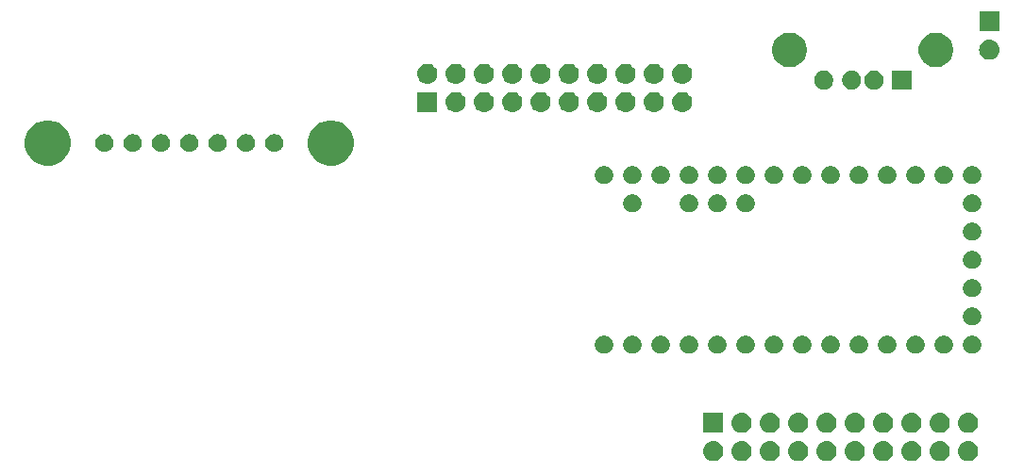
<source format=gts>
G04 #@! TF.GenerationSoftware,KiCad,Pcbnew,(5.1.4-0)*
G04 #@! TF.CreationDate,2020-04-06T12:50:51+01:00*
G04 #@! TF.ProjectId,Simple_VFO,53696d70-6c65-45f5-9646-4f2e6b696361,rev?*
G04 #@! TF.SameCoordinates,Original*
G04 #@! TF.FileFunction,Soldermask,Top*
G04 #@! TF.FilePolarity,Negative*
%FSLAX46Y46*%
G04 Gerber Fmt 4.6, Leading zero omitted, Abs format (unit mm)*
G04 Created by KiCad (PCBNEW (5.1.4-0)) date 2020-04-06 12:50:51*
%MOMM*%
%LPD*%
G04 APERTURE LIST*
%ADD10C,0.100000*%
G04 APERTURE END LIST*
D10*
G36*
X118982443Y-145155519D02*
G01*
X119048627Y-145162037D01*
X119218466Y-145213557D01*
X119374991Y-145297222D01*
X119410729Y-145326552D01*
X119512186Y-145409814D01*
X119595448Y-145511271D01*
X119624778Y-145547009D01*
X119708443Y-145703534D01*
X119759963Y-145873373D01*
X119777359Y-146050000D01*
X119759963Y-146226627D01*
X119708443Y-146396466D01*
X119624778Y-146552991D01*
X119595448Y-146588729D01*
X119512186Y-146690186D01*
X119410729Y-146773448D01*
X119374991Y-146802778D01*
X119218466Y-146886443D01*
X119048627Y-146937963D01*
X118982442Y-146944482D01*
X118916260Y-146951000D01*
X118827740Y-146951000D01*
X118761558Y-146944482D01*
X118695373Y-146937963D01*
X118525534Y-146886443D01*
X118369009Y-146802778D01*
X118333271Y-146773448D01*
X118231814Y-146690186D01*
X118148552Y-146588729D01*
X118119222Y-146552991D01*
X118035557Y-146396466D01*
X117984037Y-146226627D01*
X117966641Y-146050000D01*
X117984037Y-145873373D01*
X118035557Y-145703534D01*
X118119222Y-145547009D01*
X118148552Y-145511271D01*
X118231814Y-145409814D01*
X118333271Y-145326552D01*
X118369009Y-145297222D01*
X118525534Y-145213557D01*
X118695373Y-145162037D01*
X118761557Y-145155519D01*
X118827740Y-145149000D01*
X118916260Y-145149000D01*
X118982443Y-145155519D01*
X118982443Y-145155519D01*
G37*
G36*
X116442443Y-145155519D02*
G01*
X116508627Y-145162037D01*
X116678466Y-145213557D01*
X116834991Y-145297222D01*
X116870729Y-145326552D01*
X116972186Y-145409814D01*
X117055448Y-145511271D01*
X117084778Y-145547009D01*
X117168443Y-145703534D01*
X117219963Y-145873373D01*
X117237359Y-146050000D01*
X117219963Y-146226627D01*
X117168443Y-146396466D01*
X117084778Y-146552991D01*
X117055448Y-146588729D01*
X116972186Y-146690186D01*
X116870729Y-146773448D01*
X116834991Y-146802778D01*
X116678466Y-146886443D01*
X116508627Y-146937963D01*
X116442442Y-146944482D01*
X116376260Y-146951000D01*
X116287740Y-146951000D01*
X116221558Y-146944482D01*
X116155373Y-146937963D01*
X115985534Y-146886443D01*
X115829009Y-146802778D01*
X115793271Y-146773448D01*
X115691814Y-146690186D01*
X115608552Y-146588729D01*
X115579222Y-146552991D01*
X115495557Y-146396466D01*
X115444037Y-146226627D01*
X115426641Y-146050000D01*
X115444037Y-145873373D01*
X115495557Y-145703534D01*
X115579222Y-145547009D01*
X115608552Y-145511271D01*
X115691814Y-145409814D01*
X115793271Y-145326552D01*
X115829009Y-145297222D01*
X115985534Y-145213557D01*
X116155373Y-145162037D01*
X116221557Y-145155519D01*
X116287740Y-145149000D01*
X116376260Y-145149000D01*
X116442443Y-145155519D01*
X116442443Y-145155519D01*
G37*
G36*
X113902443Y-145155519D02*
G01*
X113968627Y-145162037D01*
X114138466Y-145213557D01*
X114294991Y-145297222D01*
X114330729Y-145326552D01*
X114432186Y-145409814D01*
X114515448Y-145511271D01*
X114544778Y-145547009D01*
X114628443Y-145703534D01*
X114679963Y-145873373D01*
X114697359Y-146050000D01*
X114679963Y-146226627D01*
X114628443Y-146396466D01*
X114544778Y-146552991D01*
X114515448Y-146588729D01*
X114432186Y-146690186D01*
X114330729Y-146773448D01*
X114294991Y-146802778D01*
X114138466Y-146886443D01*
X113968627Y-146937963D01*
X113902442Y-146944482D01*
X113836260Y-146951000D01*
X113747740Y-146951000D01*
X113681558Y-146944482D01*
X113615373Y-146937963D01*
X113445534Y-146886443D01*
X113289009Y-146802778D01*
X113253271Y-146773448D01*
X113151814Y-146690186D01*
X113068552Y-146588729D01*
X113039222Y-146552991D01*
X112955557Y-146396466D01*
X112904037Y-146226627D01*
X112886641Y-146050000D01*
X112904037Y-145873373D01*
X112955557Y-145703534D01*
X113039222Y-145547009D01*
X113068552Y-145511271D01*
X113151814Y-145409814D01*
X113253271Y-145326552D01*
X113289009Y-145297222D01*
X113445534Y-145213557D01*
X113615373Y-145162037D01*
X113681557Y-145155519D01*
X113747740Y-145149000D01*
X113836260Y-145149000D01*
X113902443Y-145155519D01*
X113902443Y-145155519D01*
G37*
G36*
X111362443Y-145155519D02*
G01*
X111428627Y-145162037D01*
X111598466Y-145213557D01*
X111754991Y-145297222D01*
X111790729Y-145326552D01*
X111892186Y-145409814D01*
X111975448Y-145511271D01*
X112004778Y-145547009D01*
X112088443Y-145703534D01*
X112139963Y-145873373D01*
X112157359Y-146050000D01*
X112139963Y-146226627D01*
X112088443Y-146396466D01*
X112004778Y-146552991D01*
X111975448Y-146588729D01*
X111892186Y-146690186D01*
X111790729Y-146773448D01*
X111754991Y-146802778D01*
X111598466Y-146886443D01*
X111428627Y-146937963D01*
X111362442Y-146944482D01*
X111296260Y-146951000D01*
X111207740Y-146951000D01*
X111141558Y-146944482D01*
X111075373Y-146937963D01*
X110905534Y-146886443D01*
X110749009Y-146802778D01*
X110713271Y-146773448D01*
X110611814Y-146690186D01*
X110528552Y-146588729D01*
X110499222Y-146552991D01*
X110415557Y-146396466D01*
X110364037Y-146226627D01*
X110346641Y-146050000D01*
X110364037Y-145873373D01*
X110415557Y-145703534D01*
X110499222Y-145547009D01*
X110528552Y-145511271D01*
X110611814Y-145409814D01*
X110713271Y-145326552D01*
X110749009Y-145297222D01*
X110905534Y-145213557D01*
X111075373Y-145162037D01*
X111141557Y-145155519D01*
X111207740Y-145149000D01*
X111296260Y-145149000D01*
X111362443Y-145155519D01*
X111362443Y-145155519D01*
G37*
G36*
X108822443Y-145155519D02*
G01*
X108888627Y-145162037D01*
X109058466Y-145213557D01*
X109214991Y-145297222D01*
X109250729Y-145326552D01*
X109352186Y-145409814D01*
X109435448Y-145511271D01*
X109464778Y-145547009D01*
X109548443Y-145703534D01*
X109599963Y-145873373D01*
X109617359Y-146050000D01*
X109599963Y-146226627D01*
X109548443Y-146396466D01*
X109464778Y-146552991D01*
X109435448Y-146588729D01*
X109352186Y-146690186D01*
X109250729Y-146773448D01*
X109214991Y-146802778D01*
X109058466Y-146886443D01*
X108888627Y-146937963D01*
X108822442Y-146944482D01*
X108756260Y-146951000D01*
X108667740Y-146951000D01*
X108601558Y-146944482D01*
X108535373Y-146937963D01*
X108365534Y-146886443D01*
X108209009Y-146802778D01*
X108173271Y-146773448D01*
X108071814Y-146690186D01*
X107988552Y-146588729D01*
X107959222Y-146552991D01*
X107875557Y-146396466D01*
X107824037Y-146226627D01*
X107806641Y-146050000D01*
X107824037Y-145873373D01*
X107875557Y-145703534D01*
X107959222Y-145547009D01*
X107988552Y-145511271D01*
X108071814Y-145409814D01*
X108173271Y-145326552D01*
X108209009Y-145297222D01*
X108365534Y-145213557D01*
X108535373Y-145162037D01*
X108601557Y-145155519D01*
X108667740Y-145149000D01*
X108756260Y-145149000D01*
X108822443Y-145155519D01*
X108822443Y-145155519D01*
G37*
G36*
X106282443Y-145155519D02*
G01*
X106348627Y-145162037D01*
X106518466Y-145213557D01*
X106674991Y-145297222D01*
X106710729Y-145326552D01*
X106812186Y-145409814D01*
X106895448Y-145511271D01*
X106924778Y-145547009D01*
X107008443Y-145703534D01*
X107059963Y-145873373D01*
X107077359Y-146050000D01*
X107059963Y-146226627D01*
X107008443Y-146396466D01*
X106924778Y-146552991D01*
X106895448Y-146588729D01*
X106812186Y-146690186D01*
X106710729Y-146773448D01*
X106674991Y-146802778D01*
X106518466Y-146886443D01*
X106348627Y-146937963D01*
X106282442Y-146944482D01*
X106216260Y-146951000D01*
X106127740Y-146951000D01*
X106061558Y-146944482D01*
X105995373Y-146937963D01*
X105825534Y-146886443D01*
X105669009Y-146802778D01*
X105633271Y-146773448D01*
X105531814Y-146690186D01*
X105448552Y-146588729D01*
X105419222Y-146552991D01*
X105335557Y-146396466D01*
X105284037Y-146226627D01*
X105266641Y-146050000D01*
X105284037Y-145873373D01*
X105335557Y-145703534D01*
X105419222Y-145547009D01*
X105448552Y-145511271D01*
X105531814Y-145409814D01*
X105633271Y-145326552D01*
X105669009Y-145297222D01*
X105825534Y-145213557D01*
X105995373Y-145162037D01*
X106061557Y-145155519D01*
X106127740Y-145149000D01*
X106216260Y-145149000D01*
X106282443Y-145155519D01*
X106282443Y-145155519D01*
G37*
G36*
X103742443Y-145155519D02*
G01*
X103808627Y-145162037D01*
X103978466Y-145213557D01*
X104134991Y-145297222D01*
X104170729Y-145326552D01*
X104272186Y-145409814D01*
X104355448Y-145511271D01*
X104384778Y-145547009D01*
X104468443Y-145703534D01*
X104519963Y-145873373D01*
X104537359Y-146050000D01*
X104519963Y-146226627D01*
X104468443Y-146396466D01*
X104384778Y-146552991D01*
X104355448Y-146588729D01*
X104272186Y-146690186D01*
X104170729Y-146773448D01*
X104134991Y-146802778D01*
X103978466Y-146886443D01*
X103808627Y-146937963D01*
X103742442Y-146944482D01*
X103676260Y-146951000D01*
X103587740Y-146951000D01*
X103521558Y-146944482D01*
X103455373Y-146937963D01*
X103285534Y-146886443D01*
X103129009Y-146802778D01*
X103093271Y-146773448D01*
X102991814Y-146690186D01*
X102908552Y-146588729D01*
X102879222Y-146552991D01*
X102795557Y-146396466D01*
X102744037Y-146226627D01*
X102726641Y-146050000D01*
X102744037Y-145873373D01*
X102795557Y-145703534D01*
X102879222Y-145547009D01*
X102908552Y-145511271D01*
X102991814Y-145409814D01*
X103093271Y-145326552D01*
X103129009Y-145297222D01*
X103285534Y-145213557D01*
X103455373Y-145162037D01*
X103521557Y-145155519D01*
X103587740Y-145149000D01*
X103676260Y-145149000D01*
X103742443Y-145155519D01*
X103742443Y-145155519D01*
G37*
G36*
X101202443Y-145155519D02*
G01*
X101268627Y-145162037D01*
X101438466Y-145213557D01*
X101594991Y-145297222D01*
X101630729Y-145326552D01*
X101732186Y-145409814D01*
X101815448Y-145511271D01*
X101844778Y-145547009D01*
X101928443Y-145703534D01*
X101979963Y-145873373D01*
X101997359Y-146050000D01*
X101979963Y-146226627D01*
X101928443Y-146396466D01*
X101844778Y-146552991D01*
X101815448Y-146588729D01*
X101732186Y-146690186D01*
X101630729Y-146773448D01*
X101594991Y-146802778D01*
X101438466Y-146886443D01*
X101268627Y-146937963D01*
X101202442Y-146944482D01*
X101136260Y-146951000D01*
X101047740Y-146951000D01*
X100981558Y-146944482D01*
X100915373Y-146937963D01*
X100745534Y-146886443D01*
X100589009Y-146802778D01*
X100553271Y-146773448D01*
X100451814Y-146690186D01*
X100368552Y-146588729D01*
X100339222Y-146552991D01*
X100255557Y-146396466D01*
X100204037Y-146226627D01*
X100186641Y-146050000D01*
X100204037Y-145873373D01*
X100255557Y-145703534D01*
X100339222Y-145547009D01*
X100368552Y-145511271D01*
X100451814Y-145409814D01*
X100553271Y-145326552D01*
X100589009Y-145297222D01*
X100745534Y-145213557D01*
X100915373Y-145162037D01*
X100981557Y-145155519D01*
X101047740Y-145149000D01*
X101136260Y-145149000D01*
X101202443Y-145155519D01*
X101202443Y-145155519D01*
G37*
G36*
X98662443Y-145155519D02*
G01*
X98728627Y-145162037D01*
X98898466Y-145213557D01*
X99054991Y-145297222D01*
X99090729Y-145326552D01*
X99192186Y-145409814D01*
X99275448Y-145511271D01*
X99304778Y-145547009D01*
X99388443Y-145703534D01*
X99439963Y-145873373D01*
X99457359Y-146050000D01*
X99439963Y-146226627D01*
X99388443Y-146396466D01*
X99304778Y-146552991D01*
X99275448Y-146588729D01*
X99192186Y-146690186D01*
X99090729Y-146773448D01*
X99054991Y-146802778D01*
X98898466Y-146886443D01*
X98728627Y-146937963D01*
X98662442Y-146944482D01*
X98596260Y-146951000D01*
X98507740Y-146951000D01*
X98441558Y-146944482D01*
X98375373Y-146937963D01*
X98205534Y-146886443D01*
X98049009Y-146802778D01*
X98013271Y-146773448D01*
X97911814Y-146690186D01*
X97828552Y-146588729D01*
X97799222Y-146552991D01*
X97715557Y-146396466D01*
X97664037Y-146226627D01*
X97646641Y-146050000D01*
X97664037Y-145873373D01*
X97715557Y-145703534D01*
X97799222Y-145547009D01*
X97828552Y-145511271D01*
X97911814Y-145409814D01*
X98013271Y-145326552D01*
X98049009Y-145297222D01*
X98205534Y-145213557D01*
X98375373Y-145162037D01*
X98441557Y-145155519D01*
X98507740Y-145149000D01*
X98596260Y-145149000D01*
X98662443Y-145155519D01*
X98662443Y-145155519D01*
G37*
G36*
X96122443Y-145155519D02*
G01*
X96188627Y-145162037D01*
X96358466Y-145213557D01*
X96514991Y-145297222D01*
X96550729Y-145326552D01*
X96652186Y-145409814D01*
X96735448Y-145511271D01*
X96764778Y-145547009D01*
X96848443Y-145703534D01*
X96899963Y-145873373D01*
X96917359Y-146050000D01*
X96899963Y-146226627D01*
X96848443Y-146396466D01*
X96764778Y-146552991D01*
X96735448Y-146588729D01*
X96652186Y-146690186D01*
X96550729Y-146773448D01*
X96514991Y-146802778D01*
X96358466Y-146886443D01*
X96188627Y-146937963D01*
X96122442Y-146944482D01*
X96056260Y-146951000D01*
X95967740Y-146951000D01*
X95901558Y-146944482D01*
X95835373Y-146937963D01*
X95665534Y-146886443D01*
X95509009Y-146802778D01*
X95473271Y-146773448D01*
X95371814Y-146690186D01*
X95288552Y-146588729D01*
X95259222Y-146552991D01*
X95175557Y-146396466D01*
X95124037Y-146226627D01*
X95106641Y-146050000D01*
X95124037Y-145873373D01*
X95175557Y-145703534D01*
X95259222Y-145547009D01*
X95288552Y-145511271D01*
X95371814Y-145409814D01*
X95473271Y-145326552D01*
X95509009Y-145297222D01*
X95665534Y-145213557D01*
X95835373Y-145162037D01*
X95901557Y-145155519D01*
X95967740Y-145149000D01*
X96056260Y-145149000D01*
X96122443Y-145155519D01*
X96122443Y-145155519D01*
G37*
G36*
X96913000Y-144411000D02*
G01*
X95111000Y-144411000D01*
X95111000Y-142609000D01*
X96913000Y-142609000D01*
X96913000Y-144411000D01*
X96913000Y-144411000D01*
G37*
G36*
X118982442Y-142615518D02*
G01*
X119048627Y-142622037D01*
X119218466Y-142673557D01*
X119374991Y-142757222D01*
X119410729Y-142786552D01*
X119512186Y-142869814D01*
X119595448Y-142971271D01*
X119624778Y-143007009D01*
X119708443Y-143163534D01*
X119759963Y-143333373D01*
X119777359Y-143510000D01*
X119759963Y-143686627D01*
X119708443Y-143856466D01*
X119624778Y-144012991D01*
X119595448Y-144048729D01*
X119512186Y-144150186D01*
X119410729Y-144233448D01*
X119374991Y-144262778D01*
X119218466Y-144346443D01*
X119048627Y-144397963D01*
X118982443Y-144404481D01*
X118916260Y-144411000D01*
X118827740Y-144411000D01*
X118761557Y-144404481D01*
X118695373Y-144397963D01*
X118525534Y-144346443D01*
X118369009Y-144262778D01*
X118333271Y-144233448D01*
X118231814Y-144150186D01*
X118148552Y-144048729D01*
X118119222Y-144012991D01*
X118035557Y-143856466D01*
X117984037Y-143686627D01*
X117966641Y-143510000D01*
X117984037Y-143333373D01*
X118035557Y-143163534D01*
X118119222Y-143007009D01*
X118148552Y-142971271D01*
X118231814Y-142869814D01*
X118333271Y-142786552D01*
X118369009Y-142757222D01*
X118525534Y-142673557D01*
X118695373Y-142622037D01*
X118761558Y-142615518D01*
X118827740Y-142609000D01*
X118916260Y-142609000D01*
X118982442Y-142615518D01*
X118982442Y-142615518D01*
G37*
G36*
X98662442Y-142615518D02*
G01*
X98728627Y-142622037D01*
X98898466Y-142673557D01*
X99054991Y-142757222D01*
X99090729Y-142786552D01*
X99192186Y-142869814D01*
X99275448Y-142971271D01*
X99304778Y-143007009D01*
X99388443Y-143163534D01*
X99439963Y-143333373D01*
X99457359Y-143510000D01*
X99439963Y-143686627D01*
X99388443Y-143856466D01*
X99304778Y-144012991D01*
X99275448Y-144048729D01*
X99192186Y-144150186D01*
X99090729Y-144233448D01*
X99054991Y-144262778D01*
X98898466Y-144346443D01*
X98728627Y-144397963D01*
X98662443Y-144404481D01*
X98596260Y-144411000D01*
X98507740Y-144411000D01*
X98441557Y-144404481D01*
X98375373Y-144397963D01*
X98205534Y-144346443D01*
X98049009Y-144262778D01*
X98013271Y-144233448D01*
X97911814Y-144150186D01*
X97828552Y-144048729D01*
X97799222Y-144012991D01*
X97715557Y-143856466D01*
X97664037Y-143686627D01*
X97646641Y-143510000D01*
X97664037Y-143333373D01*
X97715557Y-143163534D01*
X97799222Y-143007009D01*
X97828552Y-142971271D01*
X97911814Y-142869814D01*
X98013271Y-142786552D01*
X98049009Y-142757222D01*
X98205534Y-142673557D01*
X98375373Y-142622037D01*
X98441558Y-142615518D01*
X98507740Y-142609000D01*
X98596260Y-142609000D01*
X98662442Y-142615518D01*
X98662442Y-142615518D01*
G37*
G36*
X116442442Y-142615518D02*
G01*
X116508627Y-142622037D01*
X116678466Y-142673557D01*
X116834991Y-142757222D01*
X116870729Y-142786552D01*
X116972186Y-142869814D01*
X117055448Y-142971271D01*
X117084778Y-143007009D01*
X117168443Y-143163534D01*
X117219963Y-143333373D01*
X117237359Y-143510000D01*
X117219963Y-143686627D01*
X117168443Y-143856466D01*
X117084778Y-144012991D01*
X117055448Y-144048729D01*
X116972186Y-144150186D01*
X116870729Y-144233448D01*
X116834991Y-144262778D01*
X116678466Y-144346443D01*
X116508627Y-144397963D01*
X116442443Y-144404481D01*
X116376260Y-144411000D01*
X116287740Y-144411000D01*
X116221557Y-144404481D01*
X116155373Y-144397963D01*
X115985534Y-144346443D01*
X115829009Y-144262778D01*
X115793271Y-144233448D01*
X115691814Y-144150186D01*
X115608552Y-144048729D01*
X115579222Y-144012991D01*
X115495557Y-143856466D01*
X115444037Y-143686627D01*
X115426641Y-143510000D01*
X115444037Y-143333373D01*
X115495557Y-143163534D01*
X115579222Y-143007009D01*
X115608552Y-142971271D01*
X115691814Y-142869814D01*
X115793271Y-142786552D01*
X115829009Y-142757222D01*
X115985534Y-142673557D01*
X116155373Y-142622037D01*
X116221558Y-142615518D01*
X116287740Y-142609000D01*
X116376260Y-142609000D01*
X116442442Y-142615518D01*
X116442442Y-142615518D01*
G37*
G36*
X101202442Y-142615518D02*
G01*
X101268627Y-142622037D01*
X101438466Y-142673557D01*
X101594991Y-142757222D01*
X101630729Y-142786552D01*
X101732186Y-142869814D01*
X101815448Y-142971271D01*
X101844778Y-143007009D01*
X101928443Y-143163534D01*
X101979963Y-143333373D01*
X101997359Y-143510000D01*
X101979963Y-143686627D01*
X101928443Y-143856466D01*
X101844778Y-144012991D01*
X101815448Y-144048729D01*
X101732186Y-144150186D01*
X101630729Y-144233448D01*
X101594991Y-144262778D01*
X101438466Y-144346443D01*
X101268627Y-144397963D01*
X101202443Y-144404481D01*
X101136260Y-144411000D01*
X101047740Y-144411000D01*
X100981557Y-144404481D01*
X100915373Y-144397963D01*
X100745534Y-144346443D01*
X100589009Y-144262778D01*
X100553271Y-144233448D01*
X100451814Y-144150186D01*
X100368552Y-144048729D01*
X100339222Y-144012991D01*
X100255557Y-143856466D01*
X100204037Y-143686627D01*
X100186641Y-143510000D01*
X100204037Y-143333373D01*
X100255557Y-143163534D01*
X100339222Y-143007009D01*
X100368552Y-142971271D01*
X100451814Y-142869814D01*
X100553271Y-142786552D01*
X100589009Y-142757222D01*
X100745534Y-142673557D01*
X100915373Y-142622037D01*
X100981558Y-142615518D01*
X101047740Y-142609000D01*
X101136260Y-142609000D01*
X101202442Y-142615518D01*
X101202442Y-142615518D01*
G37*
G36*
X113902442Y-142615518D02*
G01*
X113968627Y-142622037D01*
X114138466Y-142673557D01*
X114294991Y-142757222D01*
X114330729Y-142786552D01*
X114432186Y-142869814D01*
X114515448Y-142971271D01*
X114544778Y-143007009D01*
X114628443Y-143163534D01*
X114679963Y-143333373D01*
X114697359Y-143510000D01*
X114679963Y-143686627D01*
X114628443Y-143856466D01*
X114544778Y-144012991D01*
X114515448Y-144048729D01*
X114432186Y-144150186D01*
X114330729Y-144233448D01*
X114294991Y-144262778D01*
X114138466Y-144346443D01*
X113968627Y-144397963D01*
X113902443Y-144404481D01*
X113836260Y-144411000D01*
X113747740Y-144411000D01*
X113681557Y-144404481D01*
X113615373Y-144397963D01*
X113445534Y-144346443D01*
X113289009Y-144262778D01*
X113253271Y-144233448D01*
X113151814Y-144150186D01*
X113068552Y-144048729D01*
X113039222Y-144012991D01*
X112955557Y-143856466D01*
X112904037Y-143686627D01*
X112886641Y-143510000D01*
X112904037Y-143333373D01*
X112955557Y-143163534D01*
X113039222Y-143007009D01*
X113068552Y-142971271D01*
X113151814Y-142869814D01*
X113253271Y-142786552D01*
X113289009Y-142757222D01*
X113445534Y-142673557D01*
X113615373Y-142622037D01*
X113681558Y-142615518D01*
X113747740Y-142609000D01*
X113836260Y-142609000D01*
X113902442Y-142615518D01*
X113902442Y-142615518D01*
G37*
G36*
X103742442Y-142615518D02*
G01*
X103808627Y-142622037D01*
X103978466Y-142673557D01*
X104134991Y-142757222D01*
X104170729Y-142786552D01*
X104272186Y-142869814D01*
X104355448Y-142971271D01*
X104384778Y-143007009D01*
X104468443Y-143163534D01*
X104519963Y-143333373D01*
X104537359Y-143510000D01*
X104519963Y-143686627D01*
X104468443Y-143856466D01*
X104384778Y-144012991D01*
X104355448Y-144048729D01*
X104272186Y-144150186D01*
X104170729Y-144233448D01*
X104134991Y-144262778D01*
X103978466Y-144346443D01*
X103808627Y-144397963D01*
X103742443Y-144404481D01*
X103676260Y-144411000D01*
X103587740Y-144411000D01*
X103521557Y-144404481D01*
X103455373Y-144397963D01*
X103285534Y-144346443D01*
X103129009Y-144262778D01*
X103093271Y-144233448D01*
X102991814Y-144150186D01*
X102908552Y-144048729D01*
X102879222Y-144012991D01*
X102795557Y-143856466D01*
X102744037Y-143686627D01*
X102726641Y-143510000D01*
X102744037Y-143333373D01*
X102795557Y-143163534D01*
X102879222Y-143007009D01*
X102908552Y-142971271D01*
X102991814Y-142869814D01*
X103093271Y-142786552D01*
X103129009Y-142757222D01*
X103285534Y-142673557D01*
X103455373Y-142622037D01*
X103521558Y-142615518D01*
X103587740Y-142609000D01*
X103676260Y-142609000D01*
X103742442Y-142615518D01*
X103742442Y-142615518D01*
G37*
G36*
X111362442Y-142615518D02*
G01*
X111428627Y-142622037D01*
X111598466Y-142673557D01*
X111754991Y-142757222D01*
X111790729Y-142786552D01*
X111892186Y-142869814D01*
X111975448Y-142971271D01*
X112004778Y-143007009D01*
X112088443Y-143163534D01*
X112139963Y-143333373D01*
X112157359Y-143510000D01*
X112139963Y-143686627D01*
X112088443Y-143856466D01*
X112004778Y-144012991D01*
X111975448Y-144048729D01*
X111892186Y-144150186D01*
X111790729Y-144233448D01*
X111754991Y-144262778D01*
X111598466Y-144346443D01*
X111428627Y-144397963D01*
X111362443Y-144404481D01*
X111296260Y-144411000D01*
X111207740Y-144411000D01*
X111141557Y-144404481D01*
X111075373Y-144397963D01*
X110905534Y-144346443D01*
X110749009Y-144262778D01*
X110713271Y-144233448D01*
X110611814Y-144150186D01*
X110528552Y-144048729D01*
X110499222Y-144012991D01*
X110415557Y-143856466D01*
X110364037Y-143686627D01*
X110346641Y-143510000D01*
X110364037Y-143333373D01*
X110415557Y-143163534D01*
X110499222Y-143007009D01*
X110528552Y-142971271D01*
X110611814Y-142869814D01*
X110713271Y-142786552D01*
X110749009Y-142757222D01*
X110905534Y-142673557D01*
X111075373Y-142622037D01*
X111141558Y-142615518D01*
X111207740Y-142609000D01*
X111296260Y-142609000D01*
X111362442Y-142615518D01*
X111362442Y-142615518D01*
G37*
G36*
X106282442Y-142615518D02*
G01*
X106348627Y-142622037D01*
X106518466Y-142673557D01*
X106674991Y-142757222D01*
X106710729Y-142786552D01*
X106812186Y-142869814D01*
X106895448Y-142971271D01*
X106924778Y-143007009D01*
X107008443Y-143163534D01*
X107059963Y-143333373D01*
X107077359Y-143510000D01*
X107059963Y-143686627D01*
X107008443Y-143856466D01*
X106924778Y-144012991D01*
X106895448Y-144048729D01*
X106812186Y-144150186D01*
X106710729Y-144233448D01*
X106674991Y-144262778D01*
X106518466Y-144346443D01*
X106348627Y-144397963D01*
X106282443Y-144404481D01*
X106216260Y-144411000D01*
X106127740Y-144411000D01*
X106061557Y-144404481D01*
X105995373Y-144397963D01*
X105825534Y-144346443D01*
X105669009Y-144262778D01*
X105633271Y-144233448D01*
X105531814Y-144150186D01*
X105448552Y-144048729D01*
X105419222Y-144012991D01*
X105335557Y-143856466D01*
X105284037Y-143686627D01*
X105266641Y-143510000D01*
X105284037Y-143333373D01*
X105335557Y-143163534D01*
X105419222Y-143007009D01*
X105448552Y-142971271D01*
X105531814Y-142869814D01*
X105633271Y-142786552D01*
X105669009Y-142757222D01*
X105825534Y-142673557D01*
X105995373Y-142622037D01*
X106061558Y-142615518D01*
X106127740Y-142609000D01*
X106216260Y-142609000D01*
X106282442Y-142615518D01*
X106282442Y-142615518D01*
G37*
G36*
X108822442Y-142615518D02*
G01*
X108888627Y-142622037D01*
X109058466Y-142673557D01*
X109214991Y-142757222D01*
X109250729Y-142786552D01*
X109352186Y-142869814D01*
X109435448Y-142971271D01*
X109464778Y-143007009D01*
X109548443Y-143163534D01*
X109599963Y-143333373D01*
X109617359Y-143510000D01*
X109599963Y-143686627D01*
X109548443Y-143856466D01*
X109464778Y-144012991D01*
X109435448Y-144048729D01*
X109352186Y-144150186D01*
X109250729Y-144233448D01*
X109214991Y-144262778D01*
X109058466Y-144346443D01*
X108888627Y-144397963D01*
X108822443Y-144404481D01*
X108756260Y-144411000D01*
X108667740Y-144411000D01*
X108601557Y-144404481D01*
X108535373Y-144397963D01*
X108365534Y-144346443D01*
X108209009Y-144262778D01*
X108173271Y-144233448D01*
X108071814Y-144150186D01*
X107988552Y-144048729D01*
X107959222Y-144012991D01*
X107875557Y-143856466D01*
X107824037Y-143686627D01*
X107806641Y-143510000D01*
X107824037Y-143333373D01*
X107875557Y-143163534D01*
X107959222Y-143007009D01*
X107988552Y-142971271D01*
X108071814Y-142869814D01*
X108173271Y-142786552D01*
X108209009Y-142757222D01*
X108365534Y-142673557D01*
X108535373Y-142622037D01*
X108601558Y-142615518D01*
X108667740Y-142609000D01*
X108756260Y-142609000D01*
X108822442Y-142615518D01*
X108822442Y-142615518D01*
G37*
G36*
X86457142Y-135708242D02*
G01*
X86605101Y-135769529D01*
X86738255Y-135858499D01*
X86851501Y-135971745D01*
X86940471Y-136104899D01*
X87001758Y-136252858D01*
X87033000Y-136409925D01*
X87033000Y-136570075D01*
X87001758Y-136727142D01*
X86940471Y-136875101D01*
X86851501Y-137008255D01*
X86738255Y-137121501D01*
X86605101Y-137210471D01*
X86457142Y-137271758D01*
X86300075Y-137303000D01*
X86139925Y-137303000D01*
X85982858Y-137271758D01*
X85834899Y-137210471D01*
X85701745Y-137121501D01*
X85588499Y-137008255D01*
X85499529Y-136875101D01*
X85438242Y-136727142D01*
X85407000Y-136570075D01*
X85407000Y-136409925D01*
X85438242Y-136252858D01*
X85499529Y-136104899D01*
X85588499Y-135971745D01*
X85701745Y-135858499D01*
X85834899Y-135769529D01*
X85982858Y-135708242D01*
X86139925Y-135677000D01*
X86300075Y-135677000D01*
X86457142Y-135708242D01*
X86457142Y-135708242D01*
G37*
G36*
X88997142Y-135708242D02*
G01*
X89145101Y-135769529D01*
X89278255Y-135858499D01*
X89391501Y-135971745D01*
X89480471Y-136104899D01*
X89541758Y-136252858D01*
X89573000Y-136409925D01*
X89573000Y-136570075D01*
X89541758Y-136727142D01*
X89480471Y-136875101D01*
X89391501Y-137008255D01*
X89278255Y-137121501D01*
X89145101Y-137210471D01*
X88997142Y-137271758D01*
X88840075Y-137303000D01*
X88679925Y-137303000D01*
X88522858Y-137271758D01*
X88374899Y-137210471D01*
X88241745Y-137121501D01*
X88128499Y-137008255D01*
X88039529Y-136875101D01*
X87978242Y-136727142D01*
X87947000Y-136570075D01*
X87947000Y-136409925D01*
X87978242Y-136252858D01*
X88039529Y-136104899D01*
X88128499Y-135971745D01*
X88241745Y-135858499D01*
X88374899Y-135769529D01*
X88522858Y-135708242D01*
X88679925Y-135677000D01*
X88840075Y-135677000D01*
X88997142Y-135708242D01*
X88997142Y-135708242D01*
G37*
G36*
X91537142Y-135708242D02*
G01*
X91685101Y-135769529D01*
X91818255Y-135858499D01*
X91931501Y-135971745D01*
X92020471Y-136104899D01*
X92081758Y-136252858D01*
X92113000Y-136409925D01*
X92113000Y-136570075D01*
X92081758Y-136727142D01*
X92020471Y-136875101D01*
X91931501Y-137008255D01*
X91818255Y-137121501D01*
X91685101Y-137210471D01*
X91537142Y-137271758D01*
X91380075Y-137303000D01*
X91219925Y-137303000D01*
X91062858Y-137271758D01*
X90914899Y-137210471D01*
X90781745Y-137121501D01*
X90668499Y-137008255D01*
X90579529Y-136875101D01*
X90518242Y-136727142D01*
X90487000Y-136570075D01*
X90487000Y-136409925D01*
X90518242Y-136252858D01*
X90579529Y-136104899D01*
X90668499Y-135971745D01*
X90781745Y-135858499D01*
X90914899Y-135769529D01*
X91062858Y-135708242D01*
X91219925Y-135677000D01*
X91380075Y-135677000D01*
X91537142Y-135708242D01*
X91537142Y-135708242D01*
G37*
G36*
X119477142Y-135708242D02*
G01*
X119625101Y-135769529D01*
X119758255Y-135858499D01*
X119871501Y-135971745D01*
X119960471Y-136104899D01*
X120021758Y-136252858D01*
X120053000Y-136409925D01*
X120053000Y-136570075D01*
X120021758Y-136727142D01*
X119960471Y-136875101D01*
X119871501Y-137008255D01*
X119758255Y-137121501D01*
X119625101Y-137210471D01*
X119477142Y-137271758D01*
X119320075Y-137303000D01*
X119159925Y-137303000D01*
X119002858Y-137271758D01*
X118854899Y-137210471D01*
X118721745Y-137121501D01*
X118608499Y-137008255D01*
X118519529Y-136875101D01*
X118458242Y-136727142D01*
X118427000Y-136570075D01*
X118427000Y-136409925D01*
X118458242Y-136252858D01*
X118519529Y-136104899D01*
X118608499Y-135971745D01*
X118721745Y-135858499D01*
X118854899Y-135769529D01*
X119002858Y-135708242D01*
X119159925Y-135677000D01*
X119320075Y-135677000D01*
X119477142Y-135708242D01*
X119477142Y-135708242D01*
G37*
G36*
X116937142Y-135708242D02*
G01*
X117085101Y-135769529D01*
X117218255Y-135858499D01*
X117331501Y-135971745D01*
X117420471Y-136104899D01*
X117481758Y-136252858D01*
X117513000Y-136409925D01*
X117513000Y-136570075D01*
X117481758Y-136727142D01*
X117420471Y-136875101D01*
X117331501Y-137008255D01*
X117218255Y-137121501D01*
X117085101Y-137210471D01*
X116937142Y-137271758D01*
X116780075Y-137303000D01*
X116619925Y-137303000D01*
X116462858Y-137271758D01*
X116314899Y-137210471D01*
X116181745Y-137121501D01*
X116068499Y-137008255D01*
X115979529Y-136875101D01*
X115918242Y-136727142D01*
X115887000Y-136570075D01*
X115887000Y-136409925D01*
X115918242Y-136252858D01*
X115979529Y-136104899D01*
X116068499Y-135971745D01*
X116181745Y-135858499D01*
X116314899Y-135769529D01*
X116462858Y-135708242D01*
X116619925Y-135677000D01*
X116780075Y-135677000D01*
X116937142Y-135708242D01*
X116937142Y-135708242D01*
G37*
G36*
X114397142Y-135708242D02*
G01*
X114545101Y-135769529D01*
X114678255Y-135858499D01*
X114791501Y-135971745D01*
X114880471Y-136104899D01*
X114941758Y-136252858D01*
X114973000Y-136409925D01*
X114973000Y-136570075D01*
X114941758Y-136727142D01*
X114880471Y-136875101D01*
X114791501Y-137008255D01*
X114678255Y-137121501D01*
X114545101Y-137210471D01*
X114397142Y-137271758D01*
X114240075Y-137303000D01*
X114079925Y-137303000D01*
X113922858Y-137271758D01*
X113774899Y-137210471D01*
X113641745Y-137121501D01*
X113528499Y-137008255D01*
X113439529Y-136875101D01*
X113378242Y-136727142D01*
X113347000Y-136570075D01*
X113347000Y-136409925D01*
X113378242Y-136252858D01*
X113439529Y-136104899D01*
X113528499Y-135971745D01*
X113641745Y-135858499D01*
X113774899Y-135769529D01*
X113922858Y-135708242D01*
X114079925Y-135677000D01*
X114240075Y-135677000D01*
X114397142Y-135708242D01*
X114397142Y-135708242D01*
G37*
G36*
X111857142Y-135708242D02*
G01*
X112005101Y-135769529D01*
X112138255Y-135858499D01*
X112251501Y-135971745D01*
X112340471Y-136104899D01*
X112401758Y-136252858D01*
X112433000Y-136409925D01*
X112433000Y-136570075D01*
X112401758Y-136727142D01*
X112340471Y-136875101D01*
X112251501Y-137008255D01*
X112138255Y-137121501D01*
X112005101Y-137210471D01*
X111857142Y-137271758D01*
X111700075Y-137303000D01*
X111539925Y-137303000D01*
X111382858Y-137271758D01*
X111234899Y-137210471D01*
X111101745Y-137121501D01*
X110988499Y-137008255D01*
X110899529Y-136875101D01*
X110838242Y-136727142D01*
X110807000Y-136570075D01*
X110807000Y-136409925D01*
X110838242Y-136252858D01*
X110899529Y-136104899D01*
X110988499Y-135971745D01*
X111101745Y-135858499D01*
X111234899Y-135769529D01*
X111382858Y-135708242D01*
X111539925Y-135677000D01*
X111700075Y-135677000D01*
X111857142Y-135708242D01*
X111857142Y-135708242D01*
G37*
G36*
X109317142Y-135708242D02*
G01*
X109465101Y-135769529D01*
X109598255Y-135858499D01*
X109711501Y-135971745D01*
X109800471Y-136104899D01*
X109861758Y-136252858D01*
X109893000Y-136409925D01*
X109893000Y-136570075D01*
X109861758Y-136727142D01*
X109800471Y-136875101D01*
X109711501Y-137008255D01*
X109598255Y-137121501D01*
X109465101Y-137210471D01*
X109317142Y-137271758D01*
X109160075Y-137303000D01*
X108999925Y-137303000D01*
X108842858Y-137271758D01*
X108694899Y-137210471D01*
X108561745Y-137121501D01*
X108448499Y-137008255D01*
X108359529Y-136875101D01*
X108298242Y-136727142D01*
X108267000Y-136570075D01*
X108267000Y-136409925D01*
X108298242Y-136252858D01*
X108359529Y-136104899D01*
X108448499Y-135971745D01*
X108561745Y-135858499D01*
X108694899Y-135769529D01*
X108842858Y-135708242D01*
X108999925Y-135677000D01*
X109160075Y-135677000D01*
X109317142Y-135708242D01*
X109317142Y-135708242D01*
G37*
G36*
X106777142Y-135708242D02*
G01*
X106925101Y-135769529D01*
X107058255Y-135858499D01*
X107171501Y-135971745D01*
X107260471Y-136104899D01*
X107321758Y-136252858D01*
X107353000Y-136409925D01*
X107353000Y-136570075D01*
X107321758Y-136727142D01*
X107260471Y-136875101D01*
X107171501Y-137008255D01*
X107058255Y-137121501D01*
X106925101Y-137210471D01*
X106777142Y-137271758D01*
X106620075Y-137303000D01*
X106459925Y-137303000D01*
X106302858Y-137271758D01*
X106154899Y-137210471D01*
X106021745Y-137121501D01*
X105908499Y-137008255D01*
X105819529Y-136875101D01*
X105758242Y-136727142D01*
X105727000Y-136570075D01*
X105727000Y-136409925D01*
X105758242Y-136252858D01*
X105819529Y-136104899D01*
X105908499Y-135971745D01*
X106021745Y-135858499D01*
X106154899Y-135769529D01*
X106302858Y-135708242D01*
X106459925Y-135677000D01*
X106620075Y-135677000D01*
X106777142Y-135708242D01*
X106777142Y-135708242D01*
G37*
G36*
X104237142Y-135708242D02*
G01*
X104385101Y-135769529D01*
X104518255Y-135858499D01*
X104631501Y-135971745D01*
X104720471Y-136104899D01*
X104781758Y-136252858D01*
X104813000Y-136409925D01*
X104813000Y-136570075D01*
X104781758Y-136727142D01*
X104720471Y-136875101D01*
X104631501Y-137008255D01*
X104518255Y-137121501D01*
X104385101Y-137210471D01*
X104237142Y-137271758D01*
X104080075Y-137303000D01*
X103919925Y-137303000D01*
X103762858Y-137271758D01*
X103614899Y-137210471D01*
X103481745Y-137121501D01*
X103368499Y-137008255D01*
X103279529Y-136875101D01*
X103218242Y-136727142D01*
X103187000Y-136570075D01*
X103187000Y-136409925D01*
X103218242Y-136252858D01*
X103279529Y-136104899D01*
X103368499Y-135971745D01*
X103481745Y-135858499D01*
X103614899Y-135769529D01*
X103762858Y-135708242D01*
X103919925Y-135677000D01*
X104080075Y-135677000D01*
X104237142Y-135708242D01*
X104237142Y-135708242D01*
G37*
G36*
X101697142Y-135708242D02*
G01*
X101845101Y-135769529D01*
X101978255Y-135858499D01*
X102091501Y-135971745D01*
X102180471Y-136104899D01*
X102241758Y-136252858D01*
X102273000Y-136409925D01*
X102273000Y-136570075D01*
X102241758Y-136727142D01*
X102180471Y-136875101D01*
X102091501Y-137008255D01*
X101978255Y-137121501D01*
X101845101Y-137210471D01*
X101697142Y-137271758D01*
X101540075Y-137303000D01*
X101379925Y-137303000D01*
X101222858Y-137271758D01*
X101074899Y-137210471D01*
X100941745Y-137121501D01*
X100828499Y-137008255D01*
X100739529Y-136875101D01*
X100678242Y-136727142D01*
X100647000Y-136570075D01*
X100647000Y-136409925D01*
X100678242Y-136252858D01*
X100739529Y-136104899D01*
X100828499Y-135971745D01*
X100941745Y-135858499D01*
X101074899Y-135769529D01*
X101222858Y-135708242D01*
X101379925Y-135677000D01*
X101540075Y-135677000D01*
X101697142Y-135708242D01*
X101697142Y-135708242D01*
G37*
G36*
X99157142Y-135708242D02*
G01*
X99305101Y-135769529D01*
X99438255Y-135858499D01*
X99551501Y-135971745D01*
X99640471Y-136104899D01*
X99701758Y-136252858D01*
X99733000Y-136409925D01*
X99733000Y-136570075D01*
X99701758Y-136727142D01*
X99640471Y-136875101D01*
X99551501Y-137008255D01*
X99438255Y-137121501D01*
X99305101Y-137210471D01*
X99157142Y-137271758D01*
X99000075Y-137303000D01*
X98839925Y-137303000D01*
X98682858Y-137271758D01*
X98534899Y-137210471D01*
X98401745Y-137121501D01*
X98288499Y-137008255D01*
X98199529Y-136875101D01*
X98138242Y-136727142D01*
X98107000Y-136570075D01*
X98107000Y-136409925D01*
X98138242Y-136252858D01*
X98199529Y-136104899D01*
X98288499Y-135971745D01*
X98401745Y-135858499D01*
X98534899Y-135769529D01*
X98682858Y-135708242D01*
X98839925Y-135677000D01*
X99000075Y-135677000D01*
X99157142Y-135708242D01*
X99157142Y-135708242D01*
G37*
G36*
X96617142Y-135708242D02*
G01*
X96765101Y-135769529D01*
X96898255Y-135858499D01*
X97011501Y-135971745D01*
X97100471Y-136104899D01*
X97161758Y-136252858D01*
X97193000Y-136409925D01*
X97193000Y-136570075D01*
X97161758Y-136727142D01*
X97100471Y-136875101D01*
X97011501Y-137008255D01*
X96898255Y-137121501D01*
X96765101Y-137210471D01*
X96617142Y-137271758D01*
X96460075Y-137303000D01*
X96299925Y-137303000D01*
X96142858Y-137271758D01*
X95994899Y-137210471D01*
X95861745Y-137121501D01*
X95748499Y-137008255D01*
X95659529Y-136875101D01*
X95598242Y-136727142D01*
X95567000Y-136570075D01*
X95567000Y-136409925D01*
X95598242Y-136252858D01*
X95659529Y-136104899D01*
X95748499Y-135971745D01*
X95861745Y-135858499D01*
X95994899Y-135769529D01*
X96142858Y-135708242D01*
X96299925Y-135677000D01*
X96460075Y-135677000D01*
X96617142Y-135708242D01*
X96617142Y-135708242D01*
G37*
G36*
X94077142Y-135708242D02*
G01*
X94225101Y-135769529D01*
X94358255Y-135858499D01*
X94471501Y-135971745D01*
X94560471Y-136104899D01*
X94621758Y-136252858D01*
X94653000Y-136409925D01*
X94653000Y-136570075D01*
X94621758Y-136727142D01*
X94560471Y-136875101D01*
X94471501Y-137008255D01*
X94358255Y-137121501D01*
X94225101Y-137210471D01*
X94077142Y-137271758D01*
X93920075Y-137303000D01*
X93759925Y-137303000D01*
X93602858Y-137271758D01*
X93454899Y-137210471D01*
X93321745Y-137121501D01*
X93208499Y-137008255D01*
X93119529Y-136875101D01*
X93058242Y-136727142D01*
X93027000Y-136570075D01*
X93027000Y-136409925D01*
X93058242Y-136252858D01*
X93119529Y-136104899D01*
X93208499Y-135971745D01*
X93321745Y-135858499D01*
X93454899Y-135769529D01*
X93602858Y-135708242D01*
X93759925Y-135677000D01*
X93920075Y-135677000D01*
X94077142Y-135708242D01*
X94077142Y-135708242D01*
G37*
G36*
X119477142Y-133168242D02*
G01*
X119625101Y-133229529D01*
X119758255Y-133318499D01*
X119871501Y-133431745D01*
X119960471Y-133564899D01*
X120021758Y-133712858D01*
X120053000Y-133869925D01*
X120053000Y-134030075D01*
X120021758Y-134187142D01*
X119960471Y-134335101D01*
X119871501Y-134468255D01*
X119758255Y-134581501D01*
X119625101Y-134670471D01*
X119477142Y-134731758D01*
X119320075Y-134763000D01*
X119159925Y-134763000D01*
X119002858Y-134731758D01*
X118854899Y-134670471D01*
X118721745Y-134581501D01*
X118608499Y-134468255D01*
X118519529Y-134335101D01*
X118458242Y-134187142D01*
X118427000Y-134030075D01*
X118427000Y-133869925D01*
X118458242Y-133712858D01*
X118519529Y-133564899D01*
X118608499Y-133431745D01*
X118721745Y-133318499D01*
X118854899Y-133229529D01*
X119002858Y-133168242D01*
X119159925Y-133137000D01*
X119320075Y-133137000D01*
X119477142Y-133168242D01*
X119477142Y-133168242D01*
G37*
G36*
X119477142Y-130628242D02*
G01*
X119625101Y-130689529D01*
X119758255Y-130778499D01*
X119871501Y-130891745D01*
X119960471Y-131024899D01*
X120021758Y-131172858D01*
X120053000Y-131329925D01*
X120053000Y-131490075D01*
X120021758Y-131647142D01*
X119960471Y-131795101D01*
X119871501Y-131928255D01*
X119758255Y-132041501D01*
X119625101Y-132130471D01*
X119477142Y-132191758D01*
X119320075Y-132223000D01*
X119159925Y-132223000D01*
X119002858Y-132191758D01*
X118854899Y-132130471D01*
X118721745Y-132041501D01*
X118608499Y-131928255D01*
X118519529Y-131795101D01*
X118458242Y-131647142D01*
X118427000Y-131490075D01*
X118427000Y-131329925D01*
X118458242Y-131172858D01*
X118519529Y-131024899D01*
X118608499Y-130891745D01*
X118721745Y-130778499D01*
X118854899Y-130689529D01*
X119002858Y-130628242D01*
X119159925Y-130597000D01*
X119320075Y-130597000D01*
X119477142Y-130628242D01*
X119477142Y-130628242D01*
G37*
G36*
X119477142Y-128088242D02*
G01*
X119625101Y-128149529D01*
X119758255Y-128238499D01*
X119871501Y-128351745D01*
X119960471Y-128484899D01*
X120021758Y-128632858D01*
X120053000Y-128789925D01*
X120053000Y-128950075D01*
X120021758Y-129107142D01*
X119960471Y-129255101D01*
X119871501Y-129388255D01*
X119758255Y-129501501D01*
X119625101Y-129590471D01*
X119477142Y-129651758D01*
X119320075Y-129683000D01*
X119159925Y-129683000D01*
X119002858Y-129651758D01*
X118854899Y-129590471D01*
X118721745Y-129501501D01*
X118608499Y-129388255D01*
X118519529Y-129255101D01*
X118458242Y-129107142D01*
X118427000Y-128950075D01*
X118427000Y-128789925D01*
X118458242Y-128632858D01*
X118519529Y-128484899D01*
X118608499Y-128351745D01*
X118721745Y-128238499D01*
X118854899Y-128149529D01*
X119002858Y-128088242D01*
X119159925Y-128057000D01*
X119320075Y-128057000D01*
X119477142Y-128088242D01*
X119477142Y-128088242D01*
G37*
G36*
X119477142Y-125548242D02*
G01*
X119625101Y-125609529D01*
X119758255Y-125698499D01*
X119871501Y-125811745D01*
X119960471Y-125944899D01*
X120021758Y-126092858D01*
X120053000Y-126249925D01*
X120053000Y-126410075D01*
X120021758Y-126567142D01*
X119960471Y-126715101D01*
X119871501Y-126848255D01*
X119758255Y-126961501D01*
X119625101Y-127050471D01*
X119477142Y-127111758D01*
X119320075Y-127143000D01*
X119159925Y-127143000D01*
X119002858Y-127111758D01*
X118854899Y-127050471D01*
X118721745Y-126961501D01*
X118608499Y-126848255D01*
X118519529Y-126715101D01*
X118458242Y-126567142D01*
X118427000Y-126410075D01*
X118427000Y-126249925D01*
X118458242Y-126092858D01*
X118519529Y-125944899D01*
X118608499Y-125811745D01*
X118721745Y-125698499D01*
X118854899Y-125609529D01*
X119002858Y-125548242D01*
X119159925Y-125517000D01*
X119320075Y-125517000D01*
X119477142Y-125548242D01*
X119477142Y-125548242D01*
G37*
G36*
X119477142Y-123008242D02*
G01*
X119625101Y-123069529D01*
X119758255Y-123158499D01*
X119871501Y-123271745D01*
X119960471Y-123404899D01*
X120021758Y-123552858D01*
X120053000Y-123709925D01*
X120053000Y-123870075D01*
X120021758Y-124027142D01*
X119960471Y-124175101D01*
X119871501Y-124308255D01*
X119758255Y-124421501D01*
X119625101Y-124510471D01*
X119477142Y-124571758D01*
X119320075Y-124603000D01*
X119159925Y-124603000D01*
X119002858Y-124571758D01*
X118854899Y-124510471D01*
X118721745Y-124421501D01*
X118608499Y-124308255D01*
X118519529Y-124175101D01*
X118458242Y-124027142D01*
X118427000Y-123870075D01*
X118427000Y-123709925D01*
X118458242Y-123552858D01*
X118519529Y-123404899D01*
X118608499Y-123271745D01*
X118721745Y-123158499D01*
X118854899Y-123069529D01*
X119002858Y-123008242D01*
X119159925Y-122977000D01*
X119320075Y-122977000D01*
X119477142Y-123008242D01*
X119477142Y-123008242D01*
G37*
G36*
X88997142Y-123008242D02*
G01*
X89145101Y-123069529D01*
X89278255Y-123158499D01*
X89391501Y-123271745D01*
X89480471Y-123404899D01*
X89541758Y-123552858D01*
X89573000Y-123709925D01*
X89573000Y-123870075D01*
X89541758Y-124027142D01*
X89480471Y-124175101D01*
X89391501Y-124308255D01*
X89278255Y-124421501D01*
X89145101Y-124510471D01*
X88997142Y-124571758D01*
X88840075Y-124603000D01*
X88679925Y-124603000D01*
X88522858Y-124571758D01*
X88374899Y-124510471D01*
X88241745Y-124421501D01*
X88128499Y-124308255D01*
X88039529Y-124175101D01*
X87978242Y-124027142D01*
X87947000Y-123870075D01*
X87947000Y-123709925D01*
X87978242Y-123552858D01*
X88039529Y-123404899D01*
X88128499Y-123271745D01*
X88241745Y-123158499D01*
X88374899Y-123069529D01*
X88522858Y-123008242D01*
X88679925Y-122977000D01*
X88840075Y-122977000D01*
X88997142Y-123008242D01*
X88997142Y-123008242D01*
G37*
G36*
X94077142Y-123008242D02*
G01*
X94225101Y-123069529D01*
X94358255Y-123158499D01*
X94471501Y-123271745D01*
X94560471Y-123404899D01*
X94621758Y-123552858D01*
X94653000Y-123709925D01*
X94653000Y-123870075D01*
X94621758Y-124027142D01*
X94560471Y-124175101D01*
X94471501Y-124308255D01*
X94358255Y-124421501D01*
X94225101Y-124510471D01*
X94077142Y-124571758D01*
X93920075Y-124603000D01*
X93759925Y-124603000D01*
X93602858Y-124571758D01*
X93454899Y-124510471D01*
X93321745Y-124421501D01*
X93208499Y-124308255D01*
X93119529Y-124175101D01*
X93058242Y-124027142D01*
X93027000Y-123870075D01*
X93027000Y-123709925D01*
X93058242Y-123552858D01*
X93119529Y-123404899D01*
X93208499Y-123271745D01*
X93321745Y-123158499D01*
X93454899Y-123069529D01*
X93602858Y-123008242D01*
X93759925Y-122977000D01*
X93920075Y-122977000D01*
X94077142Y-123008242D01*
X94077142Y-123008242D01*
G37*
G36*
X96617142Y-123008242D02*
G01*
X96765101Y-123069529D01*
X96898255Y-123158499D01*
X97011501Y-123271745D01*
X97100471Y-123404899D01*
X97161758Y-123552858D01*
X97193000Y-123709925D01*
X97193000Y-123870075D01*
X97161758Y-124027142D01*
X97100471Y-124175101D01*
X97011501Y-124308255D01*
X96898255Y-124421501D01*
X96765101Y-124510471D01*
X96617142Y-124571758D01*
X96460075Y-124603000D01*
X96299925Y-124603000D01*
X96142858Y-124571758D01*
X95994899Y-124510471D01*
X95861745Y-124421501D01*
X95748499Y-124308255D01*
X95659529Y-124175101D01*
X95598242Y-124027142D01*
X95567000Y-123870075D01*
X95567000Y-123709925D01*
X95598242Y-123552858D01*
X95659529Y-123404899D01*
X95748499Y-123271745D01*
X95861745Y-123158499D01*
X95994899Y-123069529D01*
X96142858Y-123008242D01*
X96299925Y-122977000D01*
X96460075Y-122977000D01*
X96617142Y-123008242D01*
X96617142Y-123008242D01*
G37*
G36*
X99157142Y-123008242D02*
G01*
X99305101Y-123069529D01*
X99438255Y-123158499D01*
X99551501Y-123271745D01*
X99640471Y-123404899D01*
X99701758Y-123552858D01*
X99733000Y-123709925D01*
X99733000Y-123870075D01*
X99701758Y-124027142D01*
X99640471Y-124175101D01*
X99551501Y-124308255D01*
X99438255Y-124421501D01*
X99305101Y-124510471D01*
X99157142Y-124571758D01*
X99000075Y-124603000D01*
X98839925Y-124603000D01*
X98682858Y-124571758D01*
X98534899Y-124510471D01*
X98401745Y-124421501D01*
X98288499Y-124308255D01*
X98199529Y-124175101D01*
X98138242Y-124027142D01*
X98107000Y-123870075D01*
X98107000Y-123709925D01*
X98138242Y-123552858D01*
X98199529Y-123404899D01*
X98288499Y-123271745D01*
X98401745Y-123158499D01*
X98534899Y-123069529D01*
X98682858Y-123008242D01*
X98839925Y-122977000D01*
X99000075Y-122977000D01*
X99157142Y-123008242D01*
X99157142Y-123008242D01*
G37*
G36*
X116937142Y-120468242D02*
G01*
X117085101Y-120529529D01*
X117218255Y-120618499D01*
X117331501Y-120731745D01*
X117420471Y-120864899D01*
X117481758Y-121012858D01*
X117513000Y-121169925D01*
X117513000Y-121330075D01*
X117481758Y-121487142D01*
X117420471Y-121635101D01*
X117331501Y-121768255D01*
X117218255Y-121881501D01*
X117085101Y-121970471D01*
X116937142Y-122031758D01*
X116780075Y-122063000D01*
X116619925Y-122063000D01*
X116462858Y-122031758D01*
X116314899Y-121970471D01*
X116181745Y-121881501D01*
X116068499Y-121768255D01*
X115979529Y-121635101D01*
X115918242Y-121487142D01*
X115887000Y-121330075D01*
X115887000Y-121169925D01*
X115918242Y-121012858D01*
X115979529Y-120864899D01*
X116068499Y-120731745D01*
X116181745Y-120618499D01*
X116314899Y-120529529D01*
X116462858Y-120468242D01*
X116619925Y-120437000D01*
X116780075Y-120437000D01*
X116937142Y-120468242D01*
X116937142Y-120468242D01*
G37*
G36*
X94077142Y-120468242D02*
G01*
X94225101Y-120529529D01*
X94358255Y-120618499D01*
X94471501Y-120731745D01*
X94560471Y-120864899D01*
X94621758Y-121012858D01*
X94653000Y-121169925D01*
X94653000Y-121330075D01*
X94621758Y-121487142D01*
X94560471Y-121635101D01*
X94471501Y-121768255D01*
X94358255Y-121881501D01*
X94225101Y-121970471D01*
X94077142Y-122031758D01*
X93920075Y-122063000D01*
X93759925Y-122063000D01*
X93602858Y-122031758D01*
X93454899Y-121970471D01*
X93321745Y-121881501D01*
X93208499Y-121768255D01*
X93119529Y-121635101D01*
X93058242Y-121487142D01*
X93027000Y-121330075D01*
X93027000Y-121169925D01*
X93058242Y-121012858D01*
X93119529Y-120864899D01*
X93208499Y-120731745D01*
X93321745Y-120618499D01*
X93454899Y-120529529D01*
X93602858Y-120468242D01*
X93759925Y-120437000D01*
X93920075Y-120437000D01*
X94077142Y-120468242D01*
X94077142Y-120468242D01*
G37*
G36*
X119477142Y-120468242D02*
G01*
X119625101Y-120529529D01*
X119758255Y-120618499D01*
X119871501Y-120731745D01*
X119960471Y-120864899D01*
X120021758Y-121012858D01*
X120053000Y-121169925D01*
X120053000Y-121330075D01*
X120021758Y-121487142D01*
X119960471Y-121635101D01*
X119871501Y-121768255D01*
X119758255Y-121881501D01*
X119625101Y-121970471D01*
X119477142Y-122031758D01*
X119320075Y-122063000D01*
X119159925Y-122063000D01*
X119002858Y-122031758D01*
X118854899Y-121970471D01*
X118721745Y-121881501D01*
X118608499Y-121768255D01*
X118519529Y-121635101D01*
X118458242Y-121487142D01*
X118427000Y-121330075D01*
X118427000Y-121169925D01*
X118458242Y-121012858D01*
X118519529Y-120864899D01*
X118608499Y-120731745D01*
X118721745Y-120618499D01*
X118854899Y-120529529D01*
X119002858Y-120468242D01*
X119159925Y-120437000D01*
X119320075Y-120437000D01*
X119477142Y-120468242D01*
X119477142Y-120468242D01*
G37*
G36*
X114397142Y-120468242D02*
G01*
X114545101Y-120529529D01*
X114678255Y-120618499D01*
X114791501Y-120731745D01*
X114880471Y-120864899D01*
X114941758Y-121012858D01*
X114973000Y-121169925D01*
X114973000Y-121330075D01*
X114941758Y-121487142D01*
X114880471Y-121635101D01*
X114791501Y-121768255D01*
X114678255Y-121881501D01*
X114545101Y-121970471D01*
X114397142Y-122031758D01*
X114240075Y-122063000D01*
X114079925Y-122063000D01*
X113922858Y-122031758D01*
X113774899Y-121970471D01*
X113641745Y-121881501D01*
X113528499Y-121768255D01*
X113439529Y-121635101D01*
X113378242Y-121487142D01*
X113347000Y-121330075D01*
X113347000Y-121169925D01*
X113378242Y-121012858D01*
X113439529Y-120864899D01*
X113528499Y-120731745D01*
X113641745Y-120618499D01*
X113774899Y-120529529D01*
X113922858Y-120468242D01*
X114079925Y-120437000D01*
X114240075Y-120437000D01*
X114397142Y-120468242D01*
X114397142Y-120468242D01*
G37*
G36*
X111857142Y-120468242D02*
G01*
X112005101Y-120529529D01*
X112138255Y-120618499D01*
X112251501Y-120731745D01*
X112340471Y-120864899D01*
X112401758Y-121012858D01*
X112433000Y-121169925D01*
X112433000Y-121330075D01*
X112401758Y-121487142D01*
X112340471Y-121635101D01*
X112251501Y-121768255D01*
X112138255Y-121881501D01*
X112005101Y-121970471D01*
X111857142Y-122031758D01*
X111700075Y-122063000D01*
X111539925Y-122063000D01*
X111382858Y-122031758D01*
X111234899Y-121970471D01*
X111101745Y-121881501D01*
X110988499Y-121768255D01*
X110899529Y-121635101D01*
X110838242Y-121487142D01*
X110807000Y-121330075D01*
X110807000Y-121169925D01*
X110838242Y-121012858D01*
X110899529Y-120864899D01*
X110988499Y-120731745D01*
X111101745Y-120618499D01*
X111234899Y-120529529D01*
X111382858Y-120468242D01*
X111539925Y-120437000D01*
X111700075Y-120437000D01*
X111857142Y-120468242D01*
X111857142Y-120468242D01*
G37*
G36*
X109317142Y-120468242D02*
G01*
X109465101Y-120529529D01*
X109598255Y-120618499D01*
X109711501Y-120731745D01*
X109800471Y-120864899D01*
X109861758Y-121012858D01*
X109893000Y-121169925D01*
X109893000Y-121330075D01*
X109861758Y-121487142D01*
X109800471Y-121635101D01*
X109711501Y-121768255D01*
X109598255Y-121881501D01*
X109465101Y-121970471D01*
X109317142Y-122031758D01*
X109160075Y-122063000D01*
X108999925Y-122063000D01*
X108842858Y-122031758D01*
X108694899Y-121970471D01*
X108561745Y-121881501D01*
X108448499Y-121768255D01*
X108359529Y-121635101D01*
X108298242Y-121487142D01*
X108267000Y-121330075D01*
X108267000Y-121169925D01*
X108298242Y-121012858D01*
X108359529Y-120864899D01*
X108448499Y-120731745D01*
X108561745Y-120618499D01*
X108694899Y-120529529D01*
X108842858Y-120468242D01*
X108999925Y-120437000D01*
X109160075Y-120437000D01*
X109317142Y-120468242D01*
X109317142Y-120468242D01*
G37*
G36*
X106777142Y-120468242D02*
G01*
X106925101Y-120529529D01*
X107058255Y-120618499D01*
X107171501Y-120731745D01*
X107260471Y-120864899D01*
X107321758Y-121012858D01*
X107353000Y-121169925D01*
X107353000Y-121330075D01*
X107321758Y-121487142D01*
X107260471Y-121635101D01*
X107171501Y-121768255D01*
X107058255Y-121881501D01*
X106925101Y-121970471D01*
X106777142Y-122031758D01*
X106620075Y-122063000D01*
X106459925Y-122063000D01*
X106302858Y-122031758D01*
X106154899Y-121970471D01*
X106021745Y-121881501D01*
X105908499Y-121768255D01*
X105819529Y-121635101D01*
X105758242Y-121487142D01*
X105727000Y-121330075D01*
X105727000Y-121169925D01*
X105758242Y-121012858D01*
X105819529Y-120864899D01*
X105908499Y-120731745D01*
X106021745Y-120618499D01*
X106154899Y-120529529D01*
X106302858Y-120468242D01*
X106459925Y-120437000D01*
X106620075Y-120437000D01*
X106777142Y-120468242D01*
X106777142Y-120468242D01*
G37*
G36*
X104237142Y-120468242D02*
G01*
X104385101Y-120529529D01*
X104518255Y-120618499D01*
X104631501Y-120731745D01*
X104720471Y-120864899D01*
X104781758Y-121012858D01*
X104813000Y-121169925D01*
X104813000Y-121330075D01*
X104781758Y-121487142D01*
X104720471Y-121635101D01*
X104631501Y-121768255D01*
X104518255Y-121881501D01*
X104385101Y-121970471D01*
X104237142Y-122031758D01*
X104080075Y-122063000D01*
X103919925Y-122063000D01*
X103762858Y-122031758D01*
X103614899Y-121970471D01*
X103481745Y-121881501D01*
X103368499Y-121768255D01*
X103279529Y-121635101D01*
X103218242Y-121487142D01*
X103187000Y-121330075D01*
X103187000Y-121169925D01*
X103218242Y-121012858D01*
X103279529Y-120864899D01*
X103368499Y-120731745D01*
X103481745Y-120618499D01*
X103614899Y-120529529D01*
X103762858Y-120468242D01*
X103919925Y-120437000D01*
X104080075Y-120437000D01*
X104237142Y-120468242D01*
X104237142Y-120468242D01*
G37*
G36*
X101697142Y-120468242D02*
G01*
X101845101Y-120529529D01*
X101978255Y-120618499D01*
X102091501Y-120731745D01*
X102180471Y-120864899D01*
X102241758Y-121012858D01*
X102273000Y-121169925D01*
X102273000Y-121330075D01*
X102241758Y-121487142D01*
X102180471Y-121635101D01*
X102091501Y-121768255D01*
X101978255Y-121881501D01*
X101845101Y-121970471D01*
X101697142Y-122031758D01*
X101540075Y-122063000D01*
X101379925Y-122063000D01*
X101222858Y-122031758D01*
X101074899Y-121970471D01*
X100941745Y-121881501D01*
X100828499Y-121768255D01*
X100739529Y-121635101D01*
X100678242Y-121487142D01*
X100647000Y-121330075D01*
X100647000Y-121169925D01*
X100678242Y-121012858D01*
X100739529Y-120864899D01*
X100828499Y-120731745D01*
X100941745Y-120618499D01*
X101074899Y-120529529D01*
X101222858Y-120468242D01*
X101379925Y-120437000D01*
X101540075Y-120437000D01*
X101697142Y-120468242D01*
X101697142Y-120468242D01*
G37*
G36*
X99157142Y-120468242D02*
G01*
X99305101Y-120529529D01*
X99438255Y-120618499D01*
X99551501Y-120731745D01*
X99640471Y-120864899D01*
X99701758Y-121012858D01*
X99733000Y-121169925D01*
X99733000Y-121330075D01*
X99701758Y-121487142D01*
X99640471Y-121635101D01*
X99551501Y-121768255D01*
X99438255Y-121881501D01*
X99305101Y-121970471D01*
X99157142Y-122031758D01*
X99000075Y-122063000D01*
X98839925Y-122063000D01*
X98682858Y-122031758D01*
X98534899Y-121970471D01*
X98401745Y-121881501D01*
X98288499Y-121768255D01*
X98199529Y-121635101D01*
X98138242Y-121487142D01*
X98107000Y-121330075D01*
X98107000Y-121169925D01*
X98138242Y-121012858D01*
X98199529Y-120864899D01*
X98288499Y-120731745D01*
X98401745Y-120618499D01*
X98534899Y-120529529D01*
X98682858Y-120468242D01*
X98839925Y-120437000D01*
X99000075Y-120437000D01*
X99157142Y-120468242D01*
X99157142Y-120468242D01*
G37*
G36*
X96617142Y-120468242D02*
G01*
X96765101Y-120529529D01*
X96898255Y-120618499D01*
X97011501Y-120731745D01*
X97100471Y-120864899D01*
X97161758Y-121012858D01*
X97193000Y-121169925D01*
X97193000Y-121330075D01*
X97161758Y-121487142D01*
X97100471Y-121635101D01*
X97011501Y-121768255D01*
X96898255Y-121881501D01*
X96765101Y-121970471D01*
X96617142Y-122031758D01*
X96460075Y-122063000D01*
X96299925Y-122063000D01*
X96142858Y-122031758D01*
X95994899Y-121970471D01*
X95861745Y-121881501D01*
X95748499Y-121768255D01*
X95659529Y-121635101D01*
X95598242Y-121487142D01*
X95567000Y-121330075D01*
X95567000Y-121169925D01*
X95598242Y-121012858D01*
X95659529Y-120864899D01*
X95748499Y-120731745D01*
X95861745Y-120618499D01*
X95994899Y-120529529D01*
X96142858Y-120468242D01*
X96299925Y-120437000D01*
X96460075Y-120437000D01*
X96617142Y-120468242D01*
X96617142Y-120468242D01*
G37*
G36*
X91537142Y-120468242D02*
G01*
X91685101Y-120529529D01*
X91818255Y-120618499D01*
X91931501Y-120731745D01*
X92020471Y-120864899D01*
X92081758Y-121012858D01*
X92113000Y-121169925D01*
X92113000Y-121330075D01*
X92081758Y-121487142D01*
X92020471Y-121635101D01*
X91931501Y-121768255D01*
X91818255Y-121881501D01*
X91685101Y-121970471D01*
X91537142Y-122031758D01*
X91380075Y-122063000D01*
X91219925Y-122063000D01*
X91062858Y-122031758D01*
X90914899Y-121970471D01*
X90781745Y-121881501D01*
X90668499Y-121768255D01*
X90579529Y-121635101D01*
X90518242Y-121487142D01*
X90487000Y-121330075D01*
X90487000Y-121169925D01*
X90518242Y-121012858D01*
X90579529Y-120864899D01*
X90668499Y-120731745D01*
X90781745Y-120618499D01*
X90914899Y-120529529D01*
X91062858Y-120468242D01*
X91219925Y-120437000D01*
X91380075Y-120437000D01*
X91537142Y-120468242D01*
X91537142Y-120468242D01*
G37*
G36*
X86457142Y-120468242D02*
G01*
X86605101Y-120529529D01*
X86738255Y-120618499D01*
X86851501Y-120731745D01*
X86940471Y-120864899D01*
X87001758Y-121012858D01*
X87033000Y-121169925D01*
X87033000Y-121330075D01*
X87001758Y-121487142D01*
X86940471Y-121635101D01*
X86851501Y-121768255D01*
X86738255Y-121881501D01*
X86605101Y-121970471D01*
X86457142Y-122031758D01*
X86300075Y-122063000D01*
X86139925Y-122063000D01*
X85982858Y-122031758D01*
X85834899Y-121970471D01*
X85701745Y-121881501D01*
X85588499Y-121768255D01*
X85499529Y-121635101D01*
X85438242Y-121487142D01*
X85407000Y-121330075D01*
X85407000Y-121169925D01*
X85438242Y-121012858D01*
X85499529Y-120864899D01*
X85588499Y-120731745D01*
X85701745Y-120618499D01*
X85834899Y-120529529D01*
X85982858Y-120468242D01*
X86139925Y-120437000D01*
X86300075Y-120437000D01*
X86457142Y-120468242D01*
X86457142Y-120468242D01*
G37*
G36*
X88997142Y-120468242D02*
G01*
X89145101Y-120529529D01*
X89278255Y-120618499D01*
X89391501Y-120731745D01*
X89480471Y-120864899D01*
X89541758Y-121012858D01*
X89573000Y-121169925D01*
X89573000Y-121330075D01*
X89541758Y-121487142D01*
X89480471Y-121635101D01*
X89391501Y-121768255D01*
X89278255Y-121881501D01*
X89145101Y-121970471D01*
X88997142Y-122031758D01*
X88840075Y-122063000D01*
X88679925Y-122063000D01*
X88522858Y-122031758D01*
X88374899Y-121970471D01*
X88241745Y-121881501D01*
X88128499Y-121768255D01*
X88039529Y-121635101D01*
X87978242Y-121487142D01*
X87947000Y-121330075D01*
X87947000Y-121169925D01*
X87978242Y-121012858D01*
X88039529Y-120864899D01*
X88128499Y-120731745D01*
X88241745Y-120618499D01*
X88374899Y-120529529D01*
X88522858Y-120468242D01*
X88679925Y-120437000D01*
X88840075Y-120437000D01*
X88997142Y-120468242D01*
X88997142Y-120468242D01*
G37*
G36*
X62320254Y-116391818D02*
G01*
X62693511Y-116546426D01*
X62693513Y-116546427D01*
X63029436Y-116770884D01*
X63315116Y-117056564D01*
X63539574Y-117392489D01*
X63694182Y-117765746D01*
X63773000Y-118161993D01*
X63773000Y-118566007D01*
X63694182Y-118962254D01*
X63618172Y-119145758D01*
X63539573Y-119335513D01*
X63315116Y-119671436D01*
X63029436Y-119957116D01*
X62693513Y-120181573D01*
X62693512Y-120181574D01*
X62693511Y-120181574D01*
X62320254Y-120336182D01*
X61924007Y-120415000D01*
X61519993Y-120415000D01*
X61123746Y-120336182D01*
X60750489Y-120181574D01*
X60750488Y-120181574D01*
X60750487Y-120181573D01*
X60414564Y-119957116D01*
X60128884Y-119671436D01*
X59904427Y-119335513D01*
X59825828Y-119145758D01*
X59749818Y-118962254D01*
X59671000Y-118566007D01*
X59671000Y-118161993D01*
X59749818Y-117765746D01*
X59904426Y-117392489D01*
X60128884Y-117056564D01*
X60414564Y-116770884D01*
X60750487Y-116546427D01*
X60750489Y-116546426D01*
X61123746Y-116391818D01*
X61519993Y-116313000D01*
X61924007Y-116313000D01*
X62320254Y-116391818D01*
X62320254Y-116391818D01*
G37*
G36*
X36920254Y-116391818D02*
G01*
X37293511Y-116546426D01*
X37293513Y-116546427D01*
X37629436Y-116770884D01*
X37915116Y-117056564D01*
X38139574Y-117392489D01*
X38294182Y-117765746D01*
X38373000Y-118161993D01*
X38373000Y-118566007D01*
X38294182Y-118962254D01*
X38218172Y-119145758D01*
X38139573Y-119335513D01*
X37915116Y-119671436D01*
X37629436Y-119957116D01*
X37293513Y-120181573D01*
X37293512Y-120181574D01*
X37293511Y-120181574D01*
X36920254Y-120336182D01*
X36524007Y-120415000D01*
X36119993Y-120415000D01*
X35723746Y-120336182D01*
X35350489Y-120181574D01*
X35350488Y-120181574D01*
X35350487Y-120181573D01*
X35014564Y-119957116D01*
X34728884Y-119671436D01*
X34504427Y-119335513D01*
X34425828Y-119145758D01*
X34349818Y-118962254D01*
X34271000Y-118566007D01*
X34271000Y-118161993D01*
X34349818Y-117765746D01*
X34504426Y-117392489D01*
X34728884Y-117056564D01*
X35014564Y-116770884D01*
X35350487Y-116546427D01*
X35350489Y-116546426D01*
X35723746Y-116391818D01*
X36119993Y-116313000D01*
X36524007Y-116313000D01*
X36920254Y-116391818D01*
X36920254Y-116391818D01*
G37*
G36*
X46719142Y-117582242D02*
G01*
X46867101Y-117643529D01*
X47000255Y-117732499D01*
X47113501Y-117845745D01*
X47202471Y-117978899D01*
X47263758Y-118126858D01*
X47295000Y-118283925D01*
X47295000Y-118444075D01*
X47263758Y-118601142D01*
X47202471Y-118749101D01*
X47113501Y-118882255D01*
X47000255Y-118995501D01*
X46867101Y-119084471D01*
X46719142Y-119145758D01*
X46562075Y-119177000D01*
X46401925Y-119177000D01*
X46244858Y-119145758D01*
X46096899Y-119084471D01*
X45963745Y-118995501D01*
X45850499Y-118882255D01*
X45761529Y-118749101D01*
X45700242Y-118601142D01*
X45669000Y-118444075D01*
X45669000Y-118283925D01*
X45700242Y-118126858D01*
X45761529Y-117978899D01*
X45850499Y-117845745D01*
X45963745Y-117732499D01*
X46096899Y-117643529D01*
X46244858Y-117582242D01*
X46401925Y-117551000D01*
X46562075Y-117551000D01*
X46719142Y-117582242D01*
X46719142Y-117582242D01*
G37*
G36*
X41639142Y-117582242D02*
G01*
X41787101Y-117643529D01*
X41920255Y-117732499D01*
X42033501Y-117845745D01*
X42122471Y-117978899D01*
X42183758Y-118126858D01*
X42215000Y-118283925D01*
X42215000Y-118444075D01*
X42183758Y-118601142D01*
X42122471Y-118749101D01*
X42033501Y-118882255D01*
X41920255Y-118995501D01*
X41787101Y-119084471D01*
X41639142Y-119145758D01*
X41482075Y-119177000D01*
X41321925Y-119177000D01*
X41164858Y-119145758D01*
X41016899Y-119084471D01*
X40883745Y-118995501D01*
X40770499Y-118882255D01*
X40681529Y-118749101D01*
X40620242Y-118601142D01*
X40589000Y-118444075D01*
X40589000Y-118283925D01*
X40620242Y-118126858D01*
X40681529Y-117978899D01*
X40770499Y-117845745D01*
X40883745Y-117732499D01*
X41016899Y-117643529D01*
X41164858Y-117582242D01*
X41321925Y-117551000D01*
X41482075Y-117551000D01*
X41639142Y-117582242D01*
X41639142Y-117582242D01*
G37*
G36*
X49259142Y-117582242D02*
G01*
X49407101Y-117643529D01*
X49540255Y-117732499D01*
X49653501Y-117845745D01*
X49742471Y-117978899D01*
X49803758Y-118126858D01*
X49835000Y-118283925D01*
X49835000Y-118444075D01*
X49803758Y-118601142D01*
X49742471Y-118749101D01*
X49653501Y-118882255D01*
X49540255Y-118995501D01*
X49407101Y-119084471D01*
X49259142Y-119145758D01*
X49102075Y-119177000D01*
X48941925Y-119177000D01*
X48784858Y-119145758D01*
X48636899Y-119084471D01*
X48503745Y-118995501D01*
X48390499Y-118882255D01*
X48301529Y-118749101D01*
X48240242Y-118601142D01*
X48209000Y-118444075D01*
X48209000Y-118283925D01*
X48240242Y-118126858D01*
X48301529Y-117978899D01*
X48390499Y-117845745D01*
X48503745Y-117732499D01*
X48636899Y-117643529D01*
X48784858Y-117582242D01*
X48941925Y-117551000D01*
X49102075Y-117551000D01*
X49259142Y-117582242D01*
X49259142Y-117582242D01*
G37*
G36*
X51799142Y-117582242D02*
G01*
X51947101Y-117643529D01*
X52080255Y-117732499D01*
X52193501Y-117845745D01*
X52282471Y-117978899D01*
X52343758Y-118126858D01*
X52375000Y-118283925D01*
X52375000Y-118444075D01*
X52343758Y-118601142D01*
X52282471Y-118749101D01*
X52193501Y-118882255D01*
X52080255Y-118995501D01*
X51947101Y-119084471D01*
X51799142Y-119145758D01*
X51642075Y-119177000D01*
X51481925Y-119177000D01*
X51324858Y-119145758D01*
X51176899Y-119084471D01*
X51043745Y-118995501D01*
X50930499Y-118882255D01*
X50841529Y-118749101D01*
X50780242Y-118601142D01*
X50749000Y-118444075D01*
X50749000Y-118283925D01*
X50780242Y-118126858D01*
X50841529Y-117978899D01*
X50930499Y-117845745D01*
X51043745Y-117732499D01*
X51176899Y-117643529D01*
X51324858Y-117582242D01*
X51481925Y-117551000D01*
X51642075Y-117551000D01*
X51799142Y-117582242D01*
X51799142Y-117582242D01*
G37*
G36*
X54339142Y-117582242D02*
G01*
X54487101Y-117643529D01*
X54620255Y-117732499D01*
X54733501Y-117845745D01*
X54822471Y-117978899D01*
X54883758Y-118126858D01*
X54915000Y-118283925D01*
X54915000Y-118444075D01*
X54883758Y-118601142D01*
X54822471Y-118749101D01*
X54733501Y-118882255D01*
X54620255Y-118995501D01*
X54487101Y-119084471D01*
X54339142Y-119145758D01*
X54182075Y-119177000D01*
X54021925Y-119177000D01*
X53864858Y-119145758D01*
X53716899Y-119084471D01*
X53583745Y-118995501D01*
X53470499Y-118882255D01*
X53381529Y-118749101D01*
X53320242Y-118601142D01*
X53289000Y-118444075D01*
X53289000Y-118283925D01*
X53320242Y-118126858D01*
X53381529Y-117978899D01*
X53470499Y-117845745D01*
X53583745Y-117732499D01*
X53716899Y-117643529D01*
X53864858Y-117582242D01*
X54021925Y-117551000D01*
X54182075Y-117551000D01*
X54339142Y-117582242D01*
X54339142Y-117582242D01*
G37*
G36*
X56879142Y-117582242D02*
G01*
X57027101Y-117643529D01*
X57160255Y-117732499D01*
X57273501Y-117845745D01*
X57362471Y-117978899D01*
X57423758Y-118126858D01*
X57455000Y-118283925D01*
X57455000Y-118444075D01*
X57423758Y-118601142D01*
X57362471Y-118749101D01*
X57273501Y-118882255D01*
X57160255Y-118995501D01*
X57027101Y-119084471D01*
X56879142Y-119145758D01*
X56722075Y-119177000D01*
X56561925Y-119177000D01*
X56404858Y-119145758D01*
X56256899Y-119084471D01*
X56123745Y-118995501D01*
X56010499Y-118882255D01*
X55921529Y-118749101D01*
X55860242Y-118601142D01*
X55829000Y-118444075D01*
X55829000Y-118283925D01*
X55860242Y-118126858D01*
X55921529Y-117978899D01*
X56010499Y-117845745D01*
X56123745Y-117732499D01*
X56256899Y-117643529D01*
X56404858Y-117582242D01*
X56561925Y-117551000D01*
X56722075Y-117551000D01*
X56879142Y-117582242D01*
X56879142Y-117582242D01*
G37*
G36*
X44179142Y-117582242D02*
G01*
X44327101Y-117643529D01*
X44460255Y-117732499D01*
X44573501Y-117845745D01*
X44662471Y-117978899D01*
X44723758Y-118126858D01*
X44755000Y-118283925D01*
X44755000Y-118444075D01*
X44723758Y-118601142D01*
X44662471Y-118749101D01*
X44573501Y-118882255D01*
X44460255Y-118995501D01*
X44327101Y-119084471D01*
X44179142Y-119145758D01*
X44022075Y-119177000D01*
X43861925Y-119177000D01*
X43704858Y-119145758D01*
X43556899Y-119084471D01*
X43423745Y-118995501D01*
X43310499Y-118882255D01*
X43221529Y-118749101D01*
X43160242Y-118601142D01*
X43129000Y-118444075D01*
X43129000Y-118283925D01*
X43160242Y-118126858D01*
X43221529Y-117978899D01*
X43310499Y-117845745D01*
X43423745Y-117732499D01*
X43556899Y-117643529D01*
X43704858Y-117582242D01*
X43861925Y-117551000D01*
X44022075Y-117551000D01*
X44179142Y-117582242D01*
X44179142Y-117582242D01*
G37*
G36*
X88248443Y-113786519D02*
G01*
X88314627Y-113793037D01*
X88484466Y-113844557D01*
X88640991Y-113928222D01*
X88676729Y-113957552D01*
X88778186Y-114040814D01*
X88861448Y-114142271D01*
X88890778Y-114178009D01*
X88974443Y-114334534D01*
X89025963Y-114504373D01*
X89043359Y-114681000D01*
X89025963Y-114857627D01*
X88974443Y-115027466D01*
X88890778Y-115183991D01*
X88861448Y-115219729D01*
X88778186Y-115321186D01*
X88676729Y-115404448D01*
X88640991Y-115433778D01*
X88484466Y-115517443D01*
X88314627Y-115568963D01*
X88248443Y-115575481D01*
X88182260Y-115582000D01*
X88093740Y-115582000D01*
X88027557Y-115575481D01*
X87961373Y-115568963D01*
X87791534Y-115517443D01*
X87635009Y-115433778D01*
X87599271Y-115404448D01*
X87497814Y-115321186D01*
X87414552Y-115219729D01*
X87385222Y-115183991D01*
X87301557Y-115027466D01*
X87250037Y-114857627D01*
X87232641Y-114681000D01*
X87250037Y-114504373D01*
X87301557Y-114334534D01*
X87385222Y-114178009D01*
X87414552Y-114142271D01*
X87497814Y-114040814D01*
X87599271Y-113957552D01*
X87635009Y-113928222D01*
X87791534Y-113844557D01*
X87961373Y-113793037D01*
X88027557Y-113786519D01*
X88093740Y-113780000D01*
X88182260Y-113780000D01*
X88248443Y-113786519D01*
X88248443Y-113786519D01*
G37*
G36*
X71259000Y-115582000D02*
G01*
X69457000Y-115582000D01*
X69457000Y-113780000D01*
X71259000Y-113780000D01*
X71259000Y-115582000D01*
X71259000Y-115582000D01*
G37*
G36*
X93328443Y-113786519D02*
G01*
X93394627Y-113793037D01*
X93564466Y-113844557D01*
X93720991Y-113928222D01*
X93756729Y-113957552D01*
X93858186Y-114040814D01*
X93941448Y-114142271D01*
X93970778Y-114178009D01*
X94054443Y-114334534D01*
X94105963Y-114504373D01*
X94123359Y-114681000D01*
X94105963Y-114857627D01*
X94054443Y-115027466D01*
X93970778Y-115183991D01*
X93941448Y-115219729D01*
X93858186Y-115321186D01*
X93756729Y-115404448D01*
X93720991Y-115433778D01*
X93564466Y-115517443D01*
X93394627Y-115568963D01*
X93328443Y-115575481D01*
X93262260Y-115582000D01*
X93173740Y-115582000D01*
X93107557Y-115575481D01*
X93041373Y-115568963D01*
X92871534Y-115517443D01*
X92715009Y-115433778D01*
X92679271Y-115404448D01*
X92577814Y-115321186D01*
X92494552Y-115219729D01*
X92465222Y-115183991D01*
X92381557Y-115027466D01*
X92330037Y-114857627D01*
X92312641Y-114681000D01*
X92330037Y-114504373D01*
X92381557Y-114334534D01*
X92465222Y-114178009D01*
X92494552Y-114142271D01*
X92577814Y-114040814D01*
X92679271Y-113957552D01*
X92715009Y-113928222D01*
X92871534Y-113844557D01*
X93041373Y-113793037D01*
X93107557Y-113786519D01*
X93173740Y-113780000D01*
X93262260Y-113780000D01*
X93328443Y-113786519D01*
X93328443Y-113786519D01*
G37*
G36*
X73008443Y-113786519D02*
G01*
X73074627Y-113793037D01*
X73244466Y-113844557D01*
X73400991Y-113928222D01*
X73436729Y-113957552D01*
X73538186Y-114040814D01*
X73621448Y-114142271D01*
X73650778Y-114178009D01*
X73734443Y-114334534D01*
X73785963Y-114504373D01*
X73803359Y-114681000D01*
X73785963Y-114857627D01*
X73734443Y-115027466D01*
X73650778Y-115183991D01*
X73621448Y-115219729D01*
X73538186Y-115321186D01*
X73436729Y-115404448D01*
X73400991Y-115433778D01*
X73244466Y-115517443D01*
X73074627Y-115568963D01*
X73008443Y-115575481D01*
X72942260Y-115582000D01*
X72853740Y-115582000D01*
X72787557Y-115575481D01*
X72721373Y-115568963D01*
X72551534Y-115517443D01*
X72395009Y-115433778D01*
X72359271Y-115404448D01*
X72257814Y-115321186D01*
X72174552Y-115219729D01*
X72145222Y-115183991D01*
X72061557Y-115027466D01*
X72010037Y-114857627D01*
X71992641Y-114681000D01*
X72010037Y-114504373D01*
X72061557Y-114334534D01*
X72145222Y-114178009D01*
X72174552Y-114142271D01*
X72257814Y-114040814D01*
X72359271Y-113957552D01*
X72395009Y-113928222D01*
X72551534Y-113844557D01*
X72721373Y-113793037D01*
X72787557Y-113786519D01*
X72853740Y-113780000D01*
X72942260Y-113780000D01*
X73008443Y-113786519D01*
X73008443Y-113786519D01*
G37*
G36*
X75548443Y-113786519D02*
G01*
X75614627Y-113793037D01*
X75784466Y-113844557D01*
X75940991Y-113928222D01*
X75976729Y-113957552D01*
X76078186Y-114040814D01*
X76161448Y-114142271D01*
X76190778Y-114178009D01*
X76274443Y-114334534D01*
X76325963Y-114504373D01*
X76343359Y-114681000D01*
X76325963Y-114857627D01*
X76274443Y-115027466D01*
X76190778Y-115183991D01*
X76161448Y-115219729D01*
X76078186Y-115321186D01*
X75976729Y-115404448D01*
X75940991Y-115433778D01*
X75784466Y-115517443D01*
X75614627Y-115568963D01*
X75548443Y-115575481D01*
X75482260Y-115582000D01*
X75393740Y-115582000D01*
X75327557Y-115575481D01*
X75261373Y-115568963D01*
X75091534Y-115517443D01*
X74935009Y-115433778D01*
X74899271Y-115404448D01*
X74797814Y-115321186D01*
X74714552Y-115219729D01*
X74685222Y-115183991D01*
X74601557Y-115027466D01*
X74550037Y-114857627D01*
X74532641Y-114681000D01*
X74550037Y-114504373D01*
X74601557Y-114334534D01*
X74685222Y-114178009D01*
X74714552Y-114142271D01*
X74797814Y-114040814D01*
X74899271Y-113957552D01*
X74935009Y-113928222D01*
X75091534Y-113844557D01*
X75261373Y-113793037D01*
X75327557Y-113786519D01*
X75393740Y-113780000D01*
X75482260Y-113780000D01*
X75548443Y-113786519D01*
X75548443Y-113786519D01*
G37*
G36*
X78088443Y-113786519D02*
G01*
X78154627Y-113793037D01*
X78324466Y-113844557D01*
X78480991Y-113928222D01*
X78516729Y-113957552D01*
X78618186Y-114040814D01*
X78701448Y-114142271D01*
X78730778Y-114178009D01*
X78814443Y-114334534D01*
X78865963Y-114504373D01*
X78883359Y-114681000D01*
X78865963Y-114857627D01*
X78814443Y-115027466D01*
X78730778Y-115183991D01*
X78701448Y-115219729D01*
X78618186Y-115321186D01*
X78516729Y-115404448D01*
X78480991Y-115433778D01*
X78324466Y-115517443D01*
X78154627Y-115568963D01*
X78088443Y-115575481D01*
X78022260Y-115582000D01*
X77933740Y-115582000D01*
X77867557Y-115575481D01*
X77801373Y-115568963D01*
X77631534Y-115517443D01*
X77475009Y-115433778D01*
X77439271Y-115404448D01*
X77337814Y-115321186D01*
X77254552Y-115219729D01*
X77225222Y-115183991D01*
X77141557Y-115027466D01*
X77090037Y-114857627D01*
X77072641Y-114681000D01*
X77090037Y-114504373D01*
X77141557Y-114334534D01*
X77225222Y-114178009D01*
X77254552Y-114142271D01*
X77337814Y-114040814D01*
X77439271Y-113957552D01*
X77475009Y-113928222D01*
X77631534Y-113844557D01*
X77801373Y-113793037D01*
X77867557Y-113786519D01*
X77933740Y-113780000D01*
X78022260Y-113780000D01*
X78088443Y-113786519D01*
X78088443Y-113786519D01*
G37*
G36*
X90788443Y-113786519D02*
G01*
X90854627Y-113793037D01*
X91024466Y-113844557D01*
X91180991Y-113928222D01*
X91216729Y-113957552D01*
X91318186Y-114040814D01*
X91401448Y-114142271D01*
X91430778Y-114178009D01*
X91514443Y-114334534D01*
X91565963Y-114504373D01*
X91583359Y-114681000D01*
X91565963Y-114857627D01*
X91514443Y-115027466D01*
X91430778Y-115183991D01*
X91401448Y-115219729D01*
X91318186Y-115321186D01*
X91216729Y-115404448D01*
X91180991Y-115433778D01*
X91024466Y-115517443D01*
X90854627Y-115568963D01*
X90788443Y-115575481D01*
X90722260Y-115582000D01*
X90633740Y-115582000D01*
X90567557Y-115575481D01*
X90501373Y-115568963D01*
X90331534Y-115517443D01*
X90175009Y-115433778D01*
X90139271Y-115404448D01*
X90037814Y-115321186D01*
X89954552Y-115219729D01*
X89925222Y-115183991D01*
X89841557Y-115027466D01*
X89790037Y-114857627D01*
X89772641Y-114681000D01*
X89790037Y-114504373D01*
X89841557Y-114334534D01*
X89925222Y-114178009D01*
X89954552Y-114142271D01*
X90037814Y-114040814D01*
X90139271Y-113957552D01*
X90175009Y-113928222D01*
X90331534Y-113844557D01*
X90501373Y-113793037D01*
X90567557Y-113786519D01*
X90633740Y-113780000D01*
X90722260Y-113780000D01*
X90788443Y-113786519D01*
X90788443Y-113786519D01*
G37*
G36*
X80628443Y-113786519D02*
G01*
X80694627Y-113793037D01*
X80864466Y-113844557D01*
X81020991Y-113928222D01*
X81056729Y-113957552D01*
X81158186Y-114040814D01*
X81241448Y-114142271D01*
X81270778Y-114178009D01*
X81354443Y-114334534D01*
X81405963Y-114504373D01*
X81423359Y-114681000D01*
X81405963Y-114857627D01*
X81354443Y-115027466D01*
X81270778Y-115183991D01*
X81241448Y-115219729D01*
X81158186Y-115321186D01*
X81056729Y-115404448D01*
X81020991Y-115433778D01*
X80864466Y-115517443D01*
X80694627Y-115568963D01*
X80628443Y-115575481D01*
X80562260Y-115582000D01*
X80473740Y-115582000D01*
X80407557Y-115575481D01*
X80341373Y-115568963D01*
X80171534Y-115517443D01*
X80015009Y-115433778D01*
X79979271Y-115404448D01*
X79877814Y-115321186D01*
X79794552Y-115219729D01*
X79765222Y-115183991D01*
X79681557Y-115027466D01*
X79630037Y-114857627D01*
X79612641Y-114681000D01*
X79630037Y-114504373D01*
X79681557Y-114334534D01*
X79765222Y-114178009D01*
X79794552Y-114142271D01*
X79877814Y-114040814D01*
X79979271Y-113957552D01*
X80015009Y-113928222D01*
X80171534Y-113844557D01*
X80341373Y-113793037D01*
X80407557Y-113786519D01*
X80473740Y-113780000D01*
X80562260Y-113780000D01*
X80628443Y-113786519D01*
X80628443Y-113786519D01*
G37*
G36*
X85708443Y-113786519D02*
G01*
X85774627Y-113793037D01*
X85944466Y-113844557D01*
X86100991Y-113928222D01*
X86136729Y-113957552D01*
X86238186Y-114040814D01*
X86321448Y-114142271D01*
X86350778Y-114178009D01*
X86434443Y-114334534D01*
X86485963Y-114504373D01*
X86503359Y-114681000D01*
X86485963Y-114857627D01*
X86434443Y-115027466D01*
X86350778Y-115183991D01*
X86321448Y-115219729D01*
X86238186Y-115321186D01*
X86136729Y-115404448D01*
X86100991Y-115433778D01*
X85944466Y-115517443D01*
X85774627Y-115568963D01*
X85708443Y-115575481D01*
X85642260Y-115582000D01*
X85553740Y-115582000D01*
X85487557Y-115575481D01*
X85421373Y-115568963D01*
X85251534Y-115517443D01*
X85095009Y-115433778D01*
X85059271Y-115404448D01*
X84957814Y-115321186D01*
X84874552Y-115219729D01*
X84845222Y-115183991D01*
X84761557Y-115027466D01*
X84710037Y-114857627D01*
X84692641Y-114681000D01*
X84710037Y-114504373D01*
X84761557Y-114334534D01*
X84845222Y-114178009D01*
X84874552Y-114142271D01*
X84957814Y-114040814D01*
X85059271Y-113957552D01*
X85095009Y-113928222D01*
X85251534Y-113844557D01*
X85421373Y-113793037D01*
X85487557Y-113786519D01*
X85553740Y-113780000D01*
X85642260Y-113780000D01*
X85708443Y-113786519D01*
X85708443Y-113786519D01*
G37*
G36*
X83168443Y-113786519D02*
G01*
X83234627Y-113793037D01*
X83404466Y-113844557D01*
X83560991Y-113928222D01*
X83596729Y-113957552D01*
X83698186Y-114040814D01*
X83781448Y-114142271D01*
X83810778Y-114178009D01*
X83894443Y-114334534D01*
X83945963Y-114504373D01*
X83963359Y-114681000D01*
X83945963Y-114857627D01*
X83894443Y-115027466D01*
X83810778Y-115183991D01*
X83781448Y-115219729D01*
X83698186Y-115321186D01*
X83596729Y-115404448D01*
X83560991Y-115433778D01*
X83404466Y-115517443D01*
X83234627Y-115568963D01*
X83168443Y-115575481D01*
X83102260Y-115582000D01*
X83013740Y-115582000D01*
X82947557Y-115575481D01*
X82881373Y-115568963D01*
X82711534Y-115517443D01*
X82555009Y-115433778D01*
X82519271Y-115404448D01*
X82417814Y-115321186D01*
X82334552Y-115219729D01*
X82305222Y-115183991D01*
X82221557Y-115027466D01*
X82170037Y-114857627D01*
X82152641Y-114681000D01*
X82170037Y-114504373D01*
X82221557Y-114334534D01*
X82305222Y-114178009D01*
X82334552Y-114142271D01*
X82417814Y-114040814D01*
X82519271Y-113957552D01*
X82555009Y-113928222D01*
X82711534Y-113844557D01*
X82881373Y-113793037D01*
X82947557Y-113786519D01*
X83013740Y-113780000D01*
X83102260Y-113780000D01*
X83168443Y-113786519D01*
X83168443Y-113786519D01*
G37*
G36*
X110678228Y-111891703D02*
G01*
X110833100Y-111955853D01*
X110972481Y-112048985D01*
X111091015Y-112167519D01*
X111184147Y-112306900D01*
X111248297Y-112461772D01*
X111281000Y-112626184D01*
X111281000Y-112793816D01*
X111248297Y-112958228D01*
X111184147Y-113113100D01*
X111091015Y-113252481D01*
X110972481Y-113371015D01*
X110833100Y-113464147D01*
X110678228Y-113528297D01*
X110513816Y-113561000D01*
X110346184Y-113561000D01*
X110181772Y-113528297D01*
X110026900Y-113464147D01*
X109887519Y-113371015D01*
X109768985Y-113252481D01*
X109675853Y-113113100D01*
X109611703Y-112958228D01*
X109579000Y-112793816D01*
X109579000Y-112626184D01*
X109611703Y-112461772D01*
X109675853Y-112306900D01*
X109768985Y-112167519D01*
X109887519Y-112048985D01*
X110026900Y-111955853D01*
X110181772Y-111891703D01*
X110346184Y-111859000D01*
X110513816Y-111859000D01*
X110678228Y-111891703D01*
X110678228Y-111891703D01*
G37*
G36*
X113781000Y-113561000D02*
G01*
X112079000Y-113561000D01*
X112079000Y-111859000D01*
X113781000Y-111859000D01*
X113781000Y-113561000D01*
X113781000Y-113561000D01*
G37*
G36*
X108678228Y-111891703D02*
G01*
X108833100Y-111955853D01*
X108972481Y-112048985D01*
X109091015Y-112167519D01*
X109184147Y-112306900D01*
X109248297Y-112461772D01*
X109281000Y-112626184D01*
X109281000Y-112793816D01*
X109248297Y-112958228D01*
X109184147Y-113113100D01*
X109091015Y-113252481D01*
X108972481Y-113371015D01*
X108833100Y-113464147D01*
X108678228Y-113528297D01*
X108513816Y-113561000D01*
X108346184Y-113561000D01*
X108181772Y-113528297D01*
X108026900Y-113464147D01*
X107887519Y-113371015D01*
X107768985Y-113252481D01*
X107675853Y-113113100D01*
X107611703Y-112958228D01*
X107579000Y-112793816D01*
X107579000Y-112626184D01*
X107611703Y-112461772D01*
X107675853Y-112306900D01*
X107768985Y-112167519D01*
X107887519Y-112048985D01*
X108026900Y-111955853D01*
X108181772Y-111891703D01*
X108346184Y-111859000D01*
X108513816Y-111859000D01*
X108678228Y-111891703D01*
X108678228Y-111891703D01*
G37*
G36*
X106178228Y-111891703D02*
G01*
X106333100Y-111955853D01*
X106472481Y-112048985D01*
X106591015Y-112167519D01*
X106684147Y-112306900D01*
X106748297Y-112461772D01*
X106781000Y-112626184D01*
X106781000Y-112793816D01*
X106748297Y-112958228D01*
X106684147Y-113113100D01*
X106591015Y-113252481D01*
X106472481Y-113371015D01*
X106333100Y-113464147D01*
X106178228Y-113528297D01*
X106013816Y-113561000D01*
X105846184Y-113561000D01*
X105681772Y-113528297D01*
X105526900Y-113464147D01*
X105387519Y-113371015D01*
X105268985Y-113252481D01*
X105175853Y-113113100D01*
X105111703Y-112958228D01*
X105079000Y-112793816D01*
X105079000Y-112626184D01*
X105111703Y-112461772D01*
X105175853Y-112306900D01*
X105268985Y-112167519D01*
X105387519Y-112048985D01*
X105526900Y-111955853D01*
X105681772Y-111891703D01*
X105846184Y-111859000D01*
X106013816Y-111859000D01*
X106178228Y-111891703D01*
X106178228Y-111891703D01*
G37*
G36*
X75548443Y-111246519D02*
G01*
X75614627Y-111253037D01*
X75784466Y-111304557D01*
X75940991Y-111388222D01*
X75976729Y-111417552D01*
X76078186Y-111500814D01*
X76161448Y-111602271D01*
X76190778Y-111638009D01*
X76274443Y-111794534D01*
X76325963Y-111964373D01*
X76343359Y-112141000D01*
X76325963Y-112317627D01*
X76274443Y-112487466D01*
X76190778Y-112643991D01*
X76161448Y-112679729D01*
X76078186Y-112781186D01*
X75976729Y-112864448D01*
X75940991Y-112893778D01*
X75940989Y-112893779D01*
X75820415Y-112958228D01*
X75784466Y-112977443D01*
X75614627Y-113028963D01*
X75548442Y-113035482D01*
X75482260Y-113042000D01*
X75393740Y-113042000D01*
X75327558Y-113035482D01*
X75261373Y-113028963D01*
X75091534Y-112977443D01*
X75055586Y-112958228D01*
X74935011Y-112893779D01*
X74935009Y-112893778D01*
X74899271Y-112864448D01*
X74797814Y-112781186D01*
X74714552Y-112679729D01*
X74685222Y-112643991D01*
X74601557Y-112487466D01*
X74550037Y-112317627D01*
X74532641Y-112141000D01*
X74550037Y-111964373D01*
X74601557Y-111794534D01*
X74685222Y-111638009D01*
X74714552Y-111602271D01*
X74797814Y-111500814D01*
X74899271Y-111417552D01*
X74935009Y-111388222D01*
X75091534Y-111304557D01*
X75261373Y-111253037D01*
X75327557Y-111246519D01*
X75393740Y-111240000D01*
X75482260Y-111240000D01*
X75548443Y-111246519D01*
X75548443Y-111246519D01*
G37*
G36*
X70468443Y-111246519D02*
G01*
X70534627Y-111253037D01*
X70704466Y-111304557D01*
X70860991Y-111388222D01*
X70896729Y-111417552D01*
X70998186Y-111500814D01*
X71081448Y-111602271D01*
X71110778Y-111638009D01*
X71194443Y-111794534D01*
X71245963Y-111964373D01*
X71263359Y-112141000D01*
X71245963Y-112317627D01*
X71194443Y-112487466D01*
X71110778Y-112643991D01*
X71081448Y-112679729D01*
X70998186Y-112781186D01*
X70896729Y-112864448D01*
X70860991Y-112893778D01*
X70860989Y-112893779D01*
X70740415Y-112958228D01*
X70704466Y-112977443D01*
X70534627Y-113028963D01*
X70468442Y-113035482D01*
X70402260Y-113042000D01*
X70313740Y-113042000D01*
X70247558Y-113035482D01*
X70181373Y-113028963D01*
X70011534Y-112977443D01*
X69975586Y-112958228D01*
X69855011Y-112893779D01*
X69855009Y-112893778D01*
X69819271Y-112864448D01*
X69717814Y-112781186D01*
X69634552Y-112679729D01*
X69605222Y-112643991D01*
X69521557Y-112487466D01*
X69470037Y-112317627D01*
X69452641Y-112141000D01*
X69470037Y-111964373D01*
X69521557Y-111794534D01*
X69605222Y-111638009D01*
X69634552Y-111602271D01*
X69717814Y-111500814D01*
X69819271Y-111417552D01*
X69855009Y-111388222D01*
X70011534Y-111304557D01*
X70181373Y-111253037D01*
X70247557Y-111246519D01*
X70313740Y-111240000D01*
X70402260Y-111240000D01*
X70468443Y-111246519D01*
X70468443Y-111246519D01*
G37*
G36*
X73008443Y-111246519D02*
G01*
X73074627Y-111253037D01*
X73244466Y-111304557D01*
X73400991Y-111388222D01*
X73436729Y-111417552D01*
X73538186Y-111500814D01*
X73621448Y-111602271D01*
X73650778Y-111638009D01*
X73734443Y-111794534D01*
X73785963Y-111964373D01*
X73803359Y-112141000D01*
X73785963Y-112317627D01*
X73734443Y-112487466D01*
X73650778Y-112643991D01*
X73621448Y-112679729D01*
X73538186Y-112781186D01*
X73436729Y-112864448D01*
X73400991Y-112893778D01*
X73400989Y-112893779D01*
X73280415Y-112958228D01*
X73244466Y-112977443D01*
X73074627Y-113028963D01*
X73008442Y-113035482D01*
X72942260Y-113042000D01*
X72853740Y-113042000D01*
X72787558Y-113035482D01*
X72721373Y-113028963D01*
X72551534Y-112977443D01*
X72515586Y-112958228D01*
X72395011Y-112893779D01*
X72395009Y-112893778D01*
X72359271Y-112864448D01*
X72257814Y-112781186D01*
X72174552Y-112679729D01*
X72145222Y-112643991D01*
X72061557Y-112487466D01*
X72010037Y-112317627D01*
X71992641Y-112141000D01*
X72010037Y-111964373D01*
X72061557Y-111794534D01*
X72145222Y-111638009D01*
X72174552Y-111602271D01*
X72257814Y-111500814D01*
X72359271Y-111417552D01*
X72395009Y-111388222D01*
X72551534Y-111304557D01*
X72721373Y-111253037D01*
X72787557Y-111246519D01*
X72853740Y-111240000D01*
X72942260Y-111240000D01*
X73008443Y-111246519D01*
X73008443Y-111246519D01*
G37*
G36*
X78088443Y-111246519D02*
G01*
X78154627Y-111253037D01*
X78324466Y-111304557D01*
X78480991Y-111388222D01*
X78516729Y-111417552D01*
X78618186Y-111500814D01*
X78701448Y-111602271D01*
X78730778Y-111638009D01*
X78814443Y-111794534D01*
X78865963Y-111964373D01*
X78883359Y-112141000D01*
X78865963Y-112317627D01*
X78814443Y-112487466D01*
X78730778Y-112643991D01*
X78701448Y-112679729D01*
X78618186Y-112781186D01*
X78516729Y-112864448D01*
X78480991Y-112893778D01*
X78480989Y-112893779D01*
X78360415Y-112958228D01*
X78324466Y-112977443D01*
X78154627Y-113028963D01*
X78088442Y-113035482D01*
X78022260Y-113042000D01*
X77933740Y-113042000D01*
X77867558Y-113035482D01*
X77801373Y-113028963D01*
X77631534Y-112977443D01*
X77595586Y-112958228D01*
X77475011Y-112893779D01*
X77475009Y-112893778D01*
X77439271Y-112864448D01*
X77337814Y-112781186D01*
X77254552Y-112679729D01*
X77225222Y-112643991D01*
X77141557Y-112487466D01*
X77090037Y-112317627D01*
X77072641Y-112141000D01*
X77090037Y-111964373D01*
X77141557Y-111794534D01*
X77225222Y-111638009D01*
X77254552Y-111602271D01*
X77337814Y-111500814D01*
X77439271Y-111417552D01*
X77475009Y-111388222D01*
X77631534Y-111304557D01*
X77801373Y-111253037D01*
X77867557Y-111246519D01*
X77933740Y-111240000D01*
X78022260Y-111240000D01*
X78088443Y-111246519D01*
X78088443Y-111246519D01*
G37*
G36*
X80628443Y-111246519D02*
G01*
X80694627Y-111253037D01*
X80864466Y-111304557D01*
X81020991Y-111388222D01*
X81056729Y-111417552D01*
X81158186Y-111500814D01*
X81241448Y-111602271D01*
X81270778Y-111638009D01*
X81354443Y-111794534D01*
X81405963Y-111964373D01*
X81423359Y-112141000D01*
X81405963Y-112317627D01*
X81354443Y-112487466D01*
X81270778Y-112643991D01*
X81241448Y-112679729D01*
X81158186Y-112781186D01*
X81056729Y-112864448D01*
X81020991Y-112893778D01*
X81020989Y-112893779D01*
X80900415Y-112958228D01*
X80864466Y-112977443D01*
X80694627Y-113028963D01*
X80628442Y-113035482D01*
X80562260Y-113042000D01*
X80473740Y-113042000D01*
X80407558Y-113035482D01*
X80341373Y-113028963D01*
X80171534Y-112977443D01*
X80135586Y-112958228D01*
X80015011Y-112893779D01*
X80015009Y-112893778D01*
X79979271Y-112864448D01*
X79877814Y-112781186D01*
X79794552Y-112679729D01*
X79765222Y-112643991D01*
X79681557Y-112487466D01*
X79630037Y-112317627D01*
X79612641Y-112141000D01*
X79630037Y-111964373D01*
X79681557Y-111794534D01*
X79765222Y-111638009D01*
X79794552Y-111602271D01*
X79877814Y-111500814D01*
X79979271Y-111417552D01*
X80015009Y-111388222D01*
X80171534Y-111304557D01*
X80341373Y-111253037D01*
X80407557Y-111246519D01*
X80473740Y-111240000D01*
X80562260Y-111240000D01*
X80628443Y-111246519D01*
X80628443Y-111246519D01*
G37*
G36*
X83168443Y-111246519D02*
G01*
X83234627Y-111253037D01*
X83404466Y-111304557D01*
X83560991Y-111388222D01*
X83596729Y-111417552D01*
X83698186Y-111500814D01*
X83781448Y-111602271D01*
X83810778Y-111638009D01*
X83894443Y-111794534D01*
X83945963Y-111964373D01*
X83963359Y-112141000D01*
X83945963Y-112317627D01*
X83894443Y-112487466D01*
X83810778Y-112643991D01*
X83781448Y-112679729D01*
X83698186Y-112781186D01*
X83596729Y-112864448D01*
X83560991Y-112893778D01*
X83560989Y-112893779D01*
X83440415Y-112958228D01*
X83404466Y-112977443D01*
X83234627Y-113028963D01*
X83168442Y-113035482D01*
X83102260Y-113042000D01*
X83013740Y-113042000D01*
X82947558Y-113035482D01*
X82881373Y-113028963D01*
X82711534Y-112977443D01*
X82675586Y-112958228D01*
X82555011Y-112893779D01*
X82555009Y-112893778D01*
X82519271Y-112864448D01*
X82417814Y-112781186D01*
X82334552Y-112679729D01*
X82305222Y-112643991D01*
X82221557Y-112487466D01*
X82170037Y-112317627D01*
X82152641Y-112141000D01*
X82170037Y-111964373D01*
X82221557Y-111794534D01*
X82305222Y-111638009D01*
X82334552Y-111602271D01*
X82417814Y-111500814D01*
X82519271Y-111417552D01*
X82555009Y-111388222D01*
X82711534Y-111304557D01*
X82881373Y-111253037D01*
X82947557Y-111246519D01*
X83013740Y-111240000D01*
X83102260Y-111240000D01*
X83168443Y-111246519D01*
X83168443Y-111246519D01*
G37*
G36*
X85708443Y-111246519D02*
G01*
X85774627Y-111253037D01*
X85944466Y-111304557D01*
X86100991Y-111388222D01*
X86136729Y-111417552D01*
X86238186Y-111500814D01*
X86321448Y-111602271D01*
X86350778Y-111638009D01*
X86434443Y-111794534D01*
X86485963Y-111964373D01*
X86503359Y-112141000D01*
X86485963Y-112317627D01*
X86434443Y-112487466D01*
X86350778Y-112643991D01*
X86321448Y-112679729D01*
X86238186Y-112781186D01*
X86136729Y-112864448D01*
X86100991Y-112893778D01*
X86100989Y-112893779D01*
X85980415Y-112958228D01*
X85944466Y-112977443D01*
X85774627Y-113028963D01*
X85708442Y-113035482D01*
X85642260Y-113042000D01*
X85553740Y-113042000D01*
X85487558Y-113035482D01*
X85421373Y-113028963D01*
X85251534Y-112977443D01*
X85215586Y-112958228D01*
X85095011Y-112893779D01*
X85095009Y-112893778D01*
X85059271Y-112864448D01*
X84957814Y-112781186D01*
X84874552Y-112679729D01*
X84845222Y-112643991D01*
X84761557Y-112487466D01*
X84710037Y-112317627D01*
X84692641Y-112141000D01*
X84710037Y-111964373D01*
X84761557Y-111794534D01*
X84845222Y-111638009D01*
X84874552Y-111602271D01*
X84957814Y-111500814D01*
X85059271Y-111417552D01*
X85095009Y-111388222D01*
X85251534Y-111304557D01*
X85421373Y-111253037D01*
X85487557Y-111246519D01*
X85553740Y-111240000D01*
X85642260Y-111240000D01*
X85708443Y-111246519D01*
X85708443Y-111246519D01*
G37*
G36*
X88248443Y-111246519D02*
G01*
X88314627Y-111253037D01*
X88484466Y-111304557D01*
X88640991Y-111388222D01*
X88676729Y-111417552D01*
X88778186Y-111500814D01*
X88861448Y-111602271D01*
X88890778Y-111638009D01*
X88974443Y-111794534D01*
X89025963Y-111964373D01*
X89043359Y-112141000D01*
X89025963Y-112317627D01*
X88974443Y-112487466D01*
X88890778Y-112643991D01*
X88861448Y-112679729D01*
X88778186Y-112781186D01*
X88676729Y-112864448D01*
X88640991Y-112893778D01*
X88640989Y-112893779D01*
X88520415Y-112958228D01*
X88484466Y-112977443D01*
X88314627Y-113028963D01*
X88248442Y-113035482D01*
X88182260Y-113042000D01*
X88093740Y-113042000D01*
X88027558Y-113035482D01*
X87961373Y-113028963D01*
X87791534Y-112977443D01*
X87755586Y-112958228D01*
X87635011Y-112893779D01*
X87635009Y-112893778D01*
X87599271Y-112864448D01*
X87497814Y-112781186D01*
X87414552Y-112679729D01*
X87385222Y-112643991D01*
X87301557Y-112487466D01*
X87250037Y-112317627D01*
X87232641Y-112141000D01*
X87250037Y-111964373D01*
X87301557Y-111794534D01*
X87385222Y-111638009D01*
X87414552Y-111602271D01*
X87497814Y-111500814D01*
X87599271Y-111417552D01*
X87635009Y-111388222D01*
X87791534Y-111304557D01*
X87961373Y-111253037D01*
X88027557Y-111246519D01*
X88093740Y-111240000D01*
X88182260Y-111240000D01*
X88248443Y-111246519D01*
X88248443Y-111246519D01*
G37*
G36*
X90788443Y-111246519D02*
G01*
X90854627Y-111253037D01*
X91024466Y-111304557D01*
X91180991Y-111388222D01*
X91216729Y-111417552D01*
X91318186Y-111500814D01*
X91401448Y-111602271D01*
X91430778Y-111638009D01*
X91514443Y-111794534D01*
X91565963Y-111964373D01*
X91583359Y-112141000D01*
X91565963Y-112317627D01*
X91514443Y-112487466D01*
X91430778Y-112643991D01*
X91401448Y-112679729D01*
X91318186Y-112781186D01*
X91216729Y-112864448D01*
X91180991Y-112893778D01*
X91180989Y-112893779D01*
X91060415Y-112958228D01*
X91024466Y-112977443D01*
X90854627Y-113028963D01*
X90788442Y-113035482D01*
X90722260Y-113042000D01*
X90633740Y-113042000D01*
X90567558Y-113035482D01*
X90501373Y-113028963D01*
X90331534Y-112977443D01*
X90295586Y-112958228D01*
X90175011Y-112893779D01*
X90175009Y-112893778D01*
X90139271Y-112864448D01*
X90037814Y-112781186D01*
X89954552Y-112679729D01*
X89925222Y-112643991D01*
X89841557Y-112487466D01*
X89790037Y-112317627D01*
X89772641Y-112141000D01*
X89790037Y-111964373D01*
X89841557Y-111794534D01*
X89925222Y-111638009D01*
X89954552Y-111602271D01*
X90037814Y-111500814D01*
X90139271Y-111417552D01*
X90175009Y-111388222D01*
X90331534Y-111304557D01*
X90501373Y-111253037D01*
X90567557Y-111246519D01*
X90633740Y-111240000D01*
X90722260Y-111240000D01*
X90788443Y-111246519D01*
X90788443Y-111246519D01*
G37*
G36*
X93328443Y-111246519D02*
G01*
X93394627Y-111253037D01*
X93564466Y-111304557D01*
X93720991Y-111388222D01*
X93756729Y-111417552D01*
X93858186Y-111500814D01*
X93941448Y-111602271D01*
X93970778Y-111638009D01*
X94054443Y-111794534D01*
X94105963Y-111964373D01*
X94123359Y-112141000D01*
X94105963Y-112317627D01*
X94054443Y-112487466D01*
X93970778Y-112643991D01*
X93941448Y-112679729D01*
X93858186Y-112781186D01*
X93756729Y-112864448D01*
X93720991Y-112893778D01*
X93720989Y-112893779D01*
X93600415Y-112958228D01*
X93564466Y-112977443D01*
X93394627Y-113028963D01*
X93328442Y-113035482D01*
X93262260Y-113042000D01*
X93173740Y-113042000D01*
X93107558Y-113035482D01*
X93041373Y-113028963D01*
X92871534Y-112977443D01*
X92835586Y-112958228D01*
X92715011Y-112893779D01*
X92715009Y-112893778D01*
X92679271Y-112864448D01*
X92577814Y-112781186D01*
X92494552Y-112679729D01*
X92465222Y-112643991D01*
X92381557Y-112487466D01*
X92330037Y-112317627D01*
X92312641Y-112141000D01*
X92330037Y-111964373D01*
X92381557Y-111794534D01*
X92465222Y-111638009D01*
X92494552Y-111602271D01*
X92577814Y-111500814D01*
X92679271Y-111417552D01*
X92715009Y-111388222D01*
X92871534Y-111304557D01*
X93041373Y-111253037D01*
X93107557Y-111246519D01*
X93173740Y-111240000D01*
X93262260Y-111240000D01*
X93328443Y-111246519D01*
X93328443Y-111246519D01*
G37*
G36*
X116302585Y-108478802D02*
G01*
X116452410Y-108508604D01*
X116734674Y-108625521D01*
X116988705Y-108795259D01*
X117204741Y-109011295D01*
X117374479Y-109265326D01*
X117491396Y-109547590D01*
X117491396Y-109547591D01*
X117551000Y-109847239D01*
X117551000Y-110152761D01*
X117549833Y-110158627D01*
X117491396Y-110452410D01*
X117374479Y-110734674D01*
X117204741Y-110988705D01*
X116988705Y-111204741D01*
X116734674Y-111374479D01*
X116452410Y-111491396D01*
X116405062Y-111500814D01*
X116152761Y-111551000D01*
X115847239Y-111551000D01*
X115594938Y-111500814D01*
X115547590Y-111491396D01*
X115265326Y-111374479D01*
X115011295Y-111204741D01*
X114795259Y-110988705D01*
X114625521Y-110734674D01*
X114508604Y-110452410D01*
X114450167Y-110158627D01*
X114449000Y-110152761D01*
X114449000Y-109847239D01*
X114508604Y-109547591D01*
X114508604Y-109547590D01*
X114625521Y-109265326D01*
X114795259Y-109011295D01*
X115011295Y-108795259D01*
X115265326Y-108625521D01*
X115547590Y-108508604D01*
X115697415Y-108478802D01*
X115847239Y-108449000D01*
X116152761Y-108449000D01*
X116302585Y-108478802D01*
X116302585Y-108478802D01*
G37*
G36*
X103162585Y-108478802D02*
G01*
X103312410Y-108508604D01*
X103594674Y-108625521D01*
X103848705Y-108795259D01*
X104064741Y-109011295D01*
X104234479Y-109265326D01*
X104351396Y-109547590D01*
X104351396Y-109547591D01*
X104411000Y-109847239D01*
X104411000Y-110152761D01*
X104409833Y-110158627D01*
X104351396Y-110452410D01*
X104234479Y-110734674D01*
X104064741Y-110988705D01*
X103848705Y-111204741D01*
X103594674Y-111374479D01*
X103312410Y-111491396D01*
X103265062Y-111500814D01*
X103012761Y-111551000D01*
X102707239Y-111551000D01*
X102454938Y-111500814D01*
X102407590Y-111491396D01*
X102125326Y-111374479D01*
X101871295Y-111204741D01*
X101655259Y-110988705D01*
X101485521Y-110734674D01*
X101368604Y-110452410D01*
X101310167Y-110158627D01*
X101309000Y-110152761D01*
X101309000Y-109847239D01*
X101368604Y-109547591D01*
X101368604Y-109547590D01*
X101485521Y-109265326D01*
X101655259Y-109011295D01*
X101871295Y-108795259D01*
X102125326Y-108625521D01*
X102407590Y-108508604D01*
X102557415Y-108478802D01*
X102707239Y-108449000D01*
X103012761Y-108449000D01*
X103162585Y-108478802D01*
X103162585Y-108478802D01*
G37*
G36*
X120887443Y-109087519D02*
G01*
X120953627Y-109094037D01*
X121123466Y-109145557D01*
X121279991Y-109229222D01*
X121315729Y-109258552D01*
X121417186Y-109341814D01*
X121500448Y-109443271D01*
X121529778Y-109479009D01*
X121613443Y-109635534D01*
X121664963Y-109805373D01*
X121682359Y-109982000D01*
X121664963Y-110158627D01*
X121613443Y-110328466D01*
X121529778Y-110484991D01*
X121500448Y-110520729D01*
X121417186Y-110622186D01*
X121315729Y-110705448D01*
X121279991Y-110734778D01*
X121123466Y-110818443D01*
X120953627Y-110869963D01*
X120887442Y-110876482D01*
X120821260Y-110883000D01*
X120732740Y-110883000D01*
X120666558Y-110876482D01*
X120600373Y-110869963D01*
X120430534Y-110818443D01*
X120274009Y-110734778D01*
X120238271Y-110705448D01*
X120136814Y-110622186D01*
X120053552Y-110520729D01*
X120024222Y-110484991D01*
X119940557Y-110328466D01*
X119889037Y-110158627D01*
X119871641Y-109982000D01*
X119889037Y-109805373D01*
X119940557Y-109635534D01*
X120024222Y-109479009D01*
X120053552Y-109443271D01*
X120136814Y-109341814D01*
X120238271Y-109258552D01*
X120274009Y-109229222D01*
X120430534Y-109145557D01*
X120600373Y-109094037D01*
X120666557Y-109087519D01*
X120732740Y-109081000D01*
X120821260Y-109081000D01*
X120887443Y-109087519D01*
X120887443Y-109087519D01*
G37*
G36*
X121678000Y-108343000D02*
G01*
X119876000Y-108343000D01*
X119876000Y-106541000D01*
X121678000Y-106541000D01*
X121678000Y-108343000D01*
X121678000Y-108343000D01*
G37*
M02*

</source>
